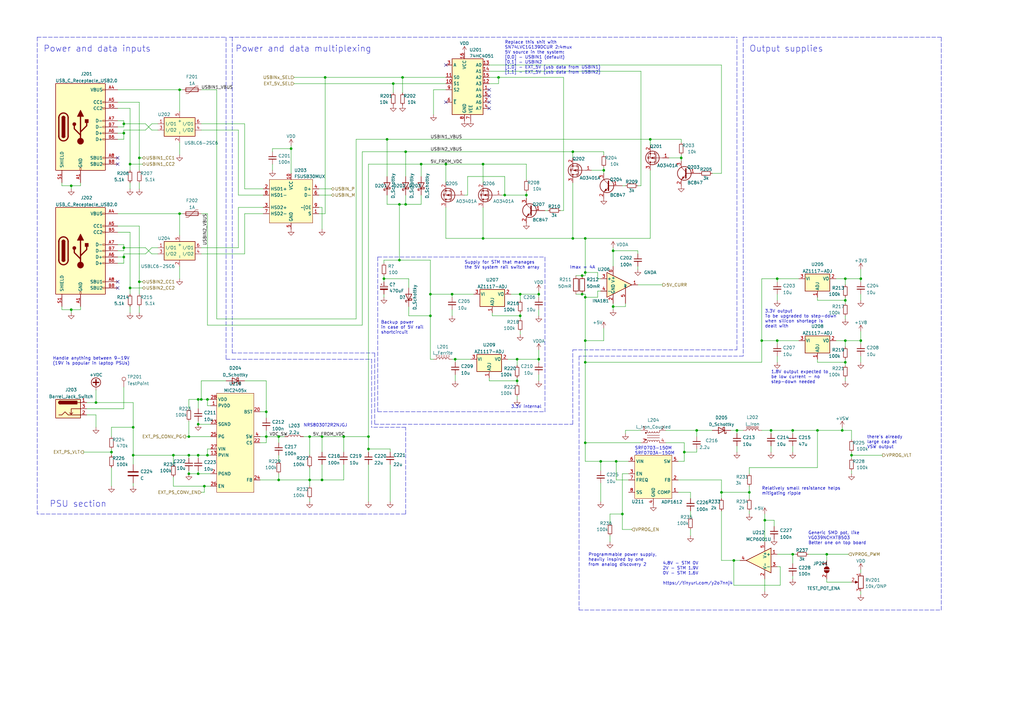
<source format=kicad_sch>
(kicad_sch (version 20211123) (generator eeschema)
  (paper "A3")
  (junction (at 119.38 60.96))
  (junction (at 39.37 165.1))
  (junction (at 73.66 36.83))
  (junction (at 349.25 186.69))
  (junction (at 57.15 115.57))
  (junction (at 318.77 139.7))
  (junction (at 335.28 176.53))
  (junction (at 54.61 175.26))
  (junction (at 81.28 194.31))
  (junction (at 220.98 147.32))
  (junction (at 82.55 163.83))
  (junction (at 83.82 199.39))
  (junction (at 53.34 118.11))
  (junction (at 238.76 113.03))
  (junction (at 114.3 196.85))
  (junction (at 151.13 179.07))
  (junction (at 166.37 83.82))
  (junction (at 161.29 34.29))
  (junction (at 53.34 67.31))
  (junction (at 182.88 67.31))
  (junction (at 234.95 62.23))
  (junction (at 163.83 106.68))
  (junction (at 77.47 194.31))
  (junction (at 353.06 139.7))
  (junction (at 50.8 105.41))
  (junction (at 29.21 76.2))
  (junction (at 185.42 120.65))
  (junction (at 339.09 227.33))
  (junction (at 212.09 156.21))
  (junction (at 300.99 229.87))
  (junction (at 316.23 176.53))
  (junction (at 266.7 57.15))
  (junction (at 133.35 31.75))
  (junction (at 207.01 80.01))
  (junction (at 204.47 31.75))
  (junction (at 346.71 148.59))
  (junction (at 215.9 80.01))
  (junction (at 240.03 97.79))
  (junction (at 213.36 129.54))
  (junction (at 81.28 163.83))
  (junction (at 186.69 147.32))
  (junction (at 325.12 176.53))
  (junction (at 240.03 111.76))
  (junction (at 157.48 114.3))
  (junction (at 247.65 69.85))
  (junction (at 251.46 102.87))
  (junction (at 176.53 129.54))
  (junction (at 240.03 148.59))
  (junction (at 220.98 120.65))
  (junction (at 54.61 186.69))
  (junction (at 307.34 201.93))
  (junction (at 114.3 179.07))
  (junction (at 285.75 176.53))
  (junction (at 302.26 176.53))
  (junction (at 77.47 186.69))
  (junction (at 251.46 125.73))
  (junction (at 295.91 201.93))
  (junction (at 140.97 179.07))
  (junction (at 234.95 97.79))
  (junction (at 50.8 101.6))
  (junction (at 132.08 196.85))
  (junction (at 213.36 120.65))
  (junction (at 313.69 213.36))
  (junction (at 71.12 186.69))
  (junction (at 50.8 54.61))
  (junction (at 109.22 179.07))
  (junction (at 50.8 50.8))
  (junction (at 280.67 185.42))
  (junction (at 85.09 163.83))
  (junction (at 345.44 176.53))
  (junction (at 255.27 210.82))
  (junction (at 240.03 139.7))
  (junction (at 318.77 114.3))
  (junction (at 29.21 127))
  (junction (at 127 196.85))
  (junction (at 240.03 121.92))
  (junction (at 109.22 168.91))
  (junction (at 312.42 139.7))
  (junction (at 73.66 87.63))
  (junction (at 325.12 227.33))
  (junction (at 238.76 120.65))
  (junction (at 57.15 64.77))
  (junction (at 127 179.07))
  (junction (at 346.71 139.7))
  (junction (at 252.73 189.23))
  (junction (at 165.1 31.75))
  (junction (at 158.75 57.15))
  (junction (at 132.08 179.07))
  (junction (at 353.06 114.3))
  (junction (at 163.83 83.82))
  (junction (at 166.37 62.23))
  (junction (at 198.12 97.79))
  (junction (at 346.71 123.19))
  (junction (at 151.13 184.15))
  (junction (at 77.47 179.07))
  (junction (at 85.09 186.69))
  (junction (at 246.38 189.23))
  (junction (at 81.28 186.69))
  (junction (at 346.71 114.3))
  (junction (at 81.28 173.99))
  (junction (at 240.03 181.61))
  (junction (at 198.12 67.31))
  (junction (at 279.4 64.77))
  (junction (at 212.09 147.32))
  (junction (at 45.72 185.42))
  (junction (at 176.53 120.65))
  (junction (at 172.72 67.31))
  (no_connect (at 200.66 36.83))
  (no_connect (at 48.26 67.31))
  (no_connect (at 200.66 39.37))
  (no_connect (at 48.26 115.57))
  (no_connect (at 182.88 26.67))
  (no_connect (at 200.66 44.45))
  (no_connect (at 48.26 64.77))
  (no_connect (at 200.66 41.91))
  (no_connect (at 48.26 118.11))
  (no_connect (at 182.88 41.91))
  (polyline (pts (xy 153.67 173.99) (xy 234.95 173.99)))
  (wire (pts (xy 261.62 102.87) (xy 261.62 104.14)))
  (wire (pts (xy 59.69 101.6) (xy 62.23 104.14)))
  (wire (pts (xy 320.04 232.41) (xy 320.04 240.03)))
  (wire (pts (xy 318.77 139.7) (xy 318.77 140.97)))
  (wire (pts (xy 111.76 69.85) (xy 111.76 67.31)))
  (wire (pts (xy 212.09 147.32) (xy 212.09 149.86)))
  (wire (pts (xy 106.68 196.85) (xy 114.3 196.85)))
  (wire (pts (xy 255.27 76.2) (xy 256.54 76.2)))
  (wire (pts (xy 151.13 67.31) (xy 172.72 67.31)))
  (wire (pts (xy 119.38 60.96) (xy 119.38 71.12)))
  (wire (pts (xy 346.71 148.59) (xy 335.28 148.59)))
  (wire (pts (xy 266.7 57.15) (xy 279.4 57.15)))
  (wire (pts (xy 220.98 120.65) (xy 220.98 121.92)))
  (wire (pts (xy 176.53 106.68) (xy 176.53 120.65)))
  (wire (pts (xy 48.26 44.45) (xy 53.34 44.45)))
  (wire (pts (xy 234.95 97.79) (xy 240.03 97.79)))
  (wire (pts (xy 240.03 181.61) (xy 262.89 181.61)))
  (wire (pts (xy 85.09 166.37) (xy 85.09 163.83)))
  (wire (pts (xy 207.01 80.01) (xy 215.9 80.01)))
  (wire (pts (xy 200.66 29.21) (xy 262.89 29.21)))
  (wire (pts (xy 346.71 121.92) (xy 346.71 123.19)))
  (polyline (pts (xy 234.95 173.99) (xy 234.95 143.51)))
  (wire (pts (xy 345.44 175.26) (xy 345.44 176.53)))
  (wire (pts (xy 353.06 242.57) (xy 353.06 243.84)))
  (wire (pts (xy 191.77 72.39) (xy 207.01 72.39)))
  (wire (pts (xy 247.65 69.85) (xy 247.65 71.12)))
  (wire (pts (xy 29.21 127) (xy 33.02 127)))
  (wire (pts (xy 274.32 64.77) (xy 279.4 64.77)))
  (wire (pts (xy 251.46 102.87) (xy 251.46 109.22)))
  (wire (pts (xy 300.99 240.03) (xy 300.99 229.87)))
  (wire (pts (xy 213.36 120.65) (xy 213.36 123.19)))
  (wire (pts (xy 146.05 57.15) (xy 158.75 57.15)))
  (wire (pts (xy 109.22 168.91) (xy 109.22 171.45)))
  (wire (pts (xy 278.13 201.93) (xy 283.21 201.93)))
  (wire (pts (xy 82.55 163.83) (xy 82.55 156.21)))
  (wire (pts (xy 207.01 72.39) (xy 207.01 80.01)))
  (wire (pts (xy 109.22 156.21) (xy 109.22 168.91)))
  (wire (pts (xy 240.03 120.65) (xy 240.03 121.92)))
  (wire (pts (xy 77.47 186.69) (xy 81.28 186.69)))
  (wire (pts (xy 238.76 113.03) (xy 240.03 113.03)))
  (wire (pts (xy 220.98 147.32) (xy 212.09 147.32)))
  (wire (pts (xy 130.81 80.01) (xy 135.89 80.01)))
  (wire (pts (xy 285.75 184.15) (xy 285.75 185.42)))
  (wire (pts (xy 313.69 213.36) (xy 313.69 222.25)))
  (wire (pts (xy 158.75 83.82) (xy 158.75 80.01)))
  (wire (pts (xy 50.8 50.8) (xy 59.69 50.8)))
  (wire (pts (xy 62.23 101.6) (xy 64.77 101.6)))
  (wire (pts (xy 307.34 201.93) (xy 295.91 201.93)))
  (wire (pts (xy 346.71 129.54) (xy 346.71 130.81)))
  (wire (pts (xy 166.37 80.01) (xy 166.37 83.82)))
  (wire (pts (xy 48.26 49.53) (xy 50.8 49.53)))
  (wire (pts (xy 335.28 191.77) (xy 307.34 191.77)))
  (wire (pts (xy 157.48 106.68) (xy 163.83 106.68)))
  (wire (pts (xy 273.05 176.53) (xy 285.75 176.53)))
  (wire (pts (xy 39.37 160.02) (xy 39.37 165.1)))
  (wire (pts (xy 205.74 80.01) (xy 207.01 80.01)))
  (wire (pts (xy 158.75 57.15) (xy 266.7 57.15)))
  (polyline (pts (xy 237.49 146.05) (xy 237.49 250.19)))
  (wire (pts (xy 82.55 36.83) (xy 88.9 36.83)))
  (wire (pts (xy 86.36 173.99) (xy 81.28 173.99)))
  (wire (pts (xy 57.15 64.77) (xy 57.15 69.85)))
  (wire (pts (xy 327.66 139.7) (xy 318.77 139.7)))
  (wire (pts (xy 140.97 185.42) (xy 140.97 179.07)))
  (wire (pts (xy 35.56 170.18) (xy 39.37 170.18)))
  (wire (pts (xy 245.11 119.38) (xy 246.38 119.38)))
  (polyline (pts (xy 386.08 15.24) (xy 361.95 15.24)))
  (wire (pts (xy 25.4 74.93) (xy 25.4 76.2)))
  (wire (pts (xy 256.54 125.73) (xy 251.46 125.73)))
  (wire (pts (xy 283.21 209.55) (xy 283.21 212.09)))
  (wire (pts (xy 97.79 80.01) (xy 97.79 53.34)))
  (wire (pts (xy 331.47 227.33) (xy 339.09 227.33)))
  (wire (pts (xy 325.12 176.53) (xy 335.28 176.53)))
  (wire (pts (xy 213.36 129.54) (xy 201.93 129.54)))
  (wire (pts (xy 346.71 154.94) (xy 346.71 156.21)))
  (wire (pts (xy 236.22 113.03) (xy 238.76 113.03)))
  (wire (pts (xy 50.8 107.95) (xy 50.8 105.41)))
  (wire (pts (xy 247.65 68.58) (xy 247.65 69.85)))
  (wire (pts (xy 34.29 185.42) (xy 45.72 185.42)))
  (polyline (pts (xy 95.25 144.78) (xy 153.67 144.78)))
  (wire (pts (xy 45.72 191.77) (xy 45.72 199.39)))
  (wire (pts (xy 242.57 69.85) (xy 247.65 69.85)))
  (wire (pts (xy 234.95 62.23) (xy 234.95 64.77)))
  (wire (pts (xy 295.91 71.12) (xy 295.91 26.67)))
  (wire (pts (xy 39.37 170.18) (xy 39.37 175.26)))
  (wire (pts (xy 251.46 101.6) (xy 251.46 102.87)))
  (wire (pts (xy 48.26 41.91) (xy 57.15 41.91)))
  (wire (pts (xy 50.8 57.15) (xy 50.8 54.61)))
  (wire (pts (xy 246.38 189.23) (xy 252.73 189.23)))
  (wire (pts (xy 62.23 104.14) (xy 64.77 104.14)))
  (wire (pts (xy 182.88 36.83) (xy 177.8 36.83)))
  (wire (pts (xy 240.03 148.59) (xy 240.03 181.61)))
  (wire (pts (xy 48.26 36.83) (xy 73.66 36.83)))
  (wire (pts (xy 132.08 179.07) (xy 140.97 179.07)))
  (wire (pts (xy 252.73 196.85) (xy 252.73 189.23)))
  (wire (pts (xy 246.38 114.3) (xy 245.11 114.3)))
  (wire (pts (xy 57.15 125.73) (xy 57.15 128.27)))
  (wire (pts (xy 157.48 114.3) (xy 167.64 114.3)))
  (wire (pts (xy 53.34 67.31) (xy 53.34 69.85)))
  (wire (pts (xy 161.29 34.29) (xy 161.29 38.1)))
  (wire (pts (xy 100.33 87.63) (xy 107.95 87.63)))
  (wire (pts (xy 165.1 31.75) (xy 165.1 38.1)))
  (wire (pts (xy 53.34 74.93) (xy 53.34 77.47)))
  (wire (pts (xy 48.26 107.95) (xy 50.8 107.95)))
  (wire (pts (xy 82.55 53.34) (xy 97.79 53.34)))
  (wire (pts (xy 213.36 120.65) (xy 220.98 120.65)))
  (wire (pts (xy 161.29 34.29) (xy 182.88 34.29)))
  (polyline (pts (xy 92.71 15.24) (xy 92.71 147.32)))
  (wire (pts (xy 316.23 176.53) (xy 312.42 176.53)))
  (wire (pts (xy 172.72 67.31) (xy 172.72 72.39)))
  (wire (pts (xy 160.02 184.15) (xy 160.02 185.42)))
  (wire (pts (xy 346.71 114.3) (xy 353.06 114.3)))
  (wire (pts (xy 50.8 102.87) (xy 50.8 101.6)))
  (polyline (pts (xy 133.35 210.82) (xy 133.35 210.82)))
  (wire (pts (xy 73.66 109.22) (xy 73.66 114.3)))
  (wire (pts (xy 127 196.85) (xy 127 199.39)))
  (wire (pts (xy 48.26 105.41) (xy 50.8 105.41)))
  (wire (pts (xy 325.12 227.33) (xy 325.12 231.14)))
  (wire (pts (xy 33.02 76.2) (xy 33.02 74.93)))
  (wire (pts (xy 157.48 106.68) (xy 157.48 107.95)))
  (wire (pts (xy 114.3 196.85) (xy 127 196.85)))
  (wire (pts (xy 158.75 57.15) (xy 158.75 72.39)))
  (polyline (pts (xy 153.67 144.78) (xy 153.67 173.99)))
  (wire (pts (xy 82.55 104.14) (xy 100.33 104.14)))
  (wire (pts (xy 325.12 236.22) (xy 325.12 237.49)))
  (wire (pts (xy 77.47 163.83) (xy 77.47 167.64)))
  (wire (pts (xy 353.06 146.05) (xy 353.06 148.59)))
  (wire (pts (xy 71.12 190.5) (xy 71.12 186.69)))
  (polyline (pts (xy 154.94 105.41) (xy 223.52 105.41)))
  (wire (pts (xy 130.81 77.47) (xy 135.89 77.47)))
  (wire (pts (xy 245.11 114.3) (xy 245.11 111.76)))
  (wire (pts (xy 185.42 147.32) (xy 186.69 147.32)))
  (wire (pts (xy 111.76 60.96) (xy 119.38 60.96)))
  (wire (pts (xy 48.26 92.71) (xy 57.15 92.71)))
  (wire (pts (xy 88.9 36.83) (xy 88.9 130.81)))
  (wire (pts (xy 240.03 121.92) (xy 245.11 121.92)))
  (wire (pts (xy 140.97 196.85) (xy 140.97 190.5)))
  (polyline (pts (xy 234.95 143.51) (xy 302.26 143.51)))
  (polyline (pts (xy 223.52 168.91) (xy 223.52 105.41)))
  (wire (pts (xy 29.21 127) (xy 29.21 128.27)))
  (wire (pts (xy 25.4 127) (xy 29.21 127)))
  (wire (pts (xy 100.33 156.21) (xy 109.22 156.21)))
  (wire (pts (xy 346.71 148.59) (xy 346.71 149.86)))
  (polyline (pts (xy 148.59 210.82) (xy 15.24 210.82)))
  (polyline (pts (xy 148.59 210.82) (xy 166.37 210.82)))
  (wire (pts (xy 50.8 105.41) (xy 50.8 104.14)))
  (wire (pts (xy 335.28 123.19) (xy 335.28 121.92)))
  (wire (pts (xy 45.72 175.26) (xy 45.72 179.07)))
  (wire (pts (xy 295.91 229.87) (xy 295.91 209.55)))
  (wire (pts (xy 86.36 199.39) (xy 83.82 199.39)))
  (wire (pts (xy 220.98 147.32) (xy 220.98 148.59)))
  (wire (pts (xy 316.23 176.53) (xy 316.23 177.8)))
  (wire (pts (xy 261.62 102.87) (xy 251.46 102.87)))
  (wire (pts (xy 132.08 185.42) (xy 132.08 179.07)))
  (wire (pts (xy 59.69 50.8) (xy 62.23 53.34)))
  (wire (pts (xy 220.98 153.67) (xy 220.98 156.21)))
  (wire (pts (xy 151.13 184.15) (xy 151.13 185.42)))
  (wire (pts (xy 50.8 52.07) (xy 50.8 50.8)))
  (wire (pts (xy 97.79 80.01) (xy 107.95 80.01)))
  (wire (pts (xy 54.61 175.26) (xy 54.61 186.69)))
  (wire (pts (xy 346.71 139.7) (xy 353.06 139.7)))
  (wire (pts (xy 109.22 179.07) (xy 114.3 179.07)))
  (polyline (pts (xy 386.08 250.19) (xy 386.08 15.24)))
  (wire (pts (xy 120.65 34.29) (xy 161.29 34.29)))
  (wire (pts (xy 57.15 115.57) (xy 57.15 120.65)))
  (wire (pts (xy 119.38 59.69) (xy 119.38 60.96)))
  (wire (pts (xy 82.55 50.8) (xy 100.33 50.8)))
  (wire (pts (xy 250.19 219.71) (xy 250.19 222.25)))
  (wire (pts (xy 100.33 77.47) (xy 107.95 77.47)))
  (wire (pts (xy 339.09 238.76) (xy 349.25 238.76)))
  (wire (pts (xy 182.88 67.31) (xy 182.88 74.93)))
  (wire (pts (xy 97.79 101.6) (xy 97.79 85.09)))
  (wire (pts (xy 190.5 80.01) (xy 191.77 80.01)))
  (wire (pts (xy 81.28 186.69) (xy 85.09 186.69)))
  (polyline (pts (xy 237.49 250.19) (xy 386.08 250.19)))
  (polyline (pts (xy 95.25 15.24) (xy 95.25 144.78)))
  (wire (pts (xy 53.34 118.11) (xy 53.34 95.25)))
  (wire (pts (xy 100.33 87.63) (xy 100.33 104.14)))
  (wire (pts (xy 198.12 67.31) (xy 198.12 74.93)))
  (wire (pts (xy 167.64 114.3) (xy 167.64 118.11)))
  (wire (pts (xy 163.83 106.68) (xy 176.53 106.68)))
  (wire (pts (xy 163.83 83.82) (xy 163.83 106.68)))
  (wire (pts (xy 335.28 148.59) (xy 335.28 147.32)))
  (wire (pts (xy 114.3 194.31) (xy 114.3 196.85)))
  (wire (pts (xy 213.36 128.27) (xy 213.36 129.54)))
  (wire (pts (xy 50.8 49.53) (xy 50.8 50.8)))
  (wire (pts (xy 73.66 87.63) (xy 74.93 87.63)))
  (wire (pts (xy 166.37 62.23) (xy 166.37 72.39)))
  (wire (pts (xy 77.47 194.31) (xy 81.28 194.31)))
  (wire (pts (xy 85.09 87.63) (xy 85.09 133.35)))
  (wire (pts (xy 97.79 85.09) (xy 107.95 85.09)))
  (wire (pts (xy 25.4 76.2) (xy 29.21 76.2)))
  (wire (pts (xy 130.81 85.09) (xy 132.08 85.09)))
  (wire (pts (xy 82.55 163.83) (xy 85.09 163.83)))
  (wire (pts (xy 204.47 34.29) (xy 204.47 31.75)))
  (wire (pts (xy 71.12 186.69) (xy 77.47 186.69)))
  (wire (pts (xy 73.66 87.63) (xy 73.66 96.52)))
  (wire (pts (xy 346.71 139.7) (xy 346.71 142.24)))
  (wire (pts (xy 349.25 186.69) (xy 361.95 186.69)))
  (wire (pts (xy 29.21 76.2) (xy 33.02 76.2)))
  (polyline (pts (xy 154.94 105.41) (xy 154.94 168.91)))
  (wire (pts (xy 316.23 182.88) (xy 316.23 185.42)))
  (wire (pts (xy 54.61 175.26) (xy 45.72 175.26)))
  (wire (pts (xy 48.26 95.25) (xy 53.34 95.25)))
  (wire (pts (xy 81.28 194.31) (xy 81.28 193.04)))
  (wire (pts (xy 76.2 179.07) (xy 77.47 179.07)))
  (wire (pts (xy 335.28 176.53) (xy 345.44 176.53)))
  (wire (pts (xy 50.8 104.14) (xy 59.69 104.14)))
  (wire (pts (xy 295.91 201.93) (xy 295.91 204.47)))
  (wire (pts (xy 312.42 139.7) (xy 312.42 114.3)))
  (wire (pts (xy 339.09 227.33) (xy 347.98 227.33)))
  (wire (pts (xy 320.04 240.03) (xy 300.99 240.03)))
  (wire (pts (xy 54.61 186.69) (xy 71.12 186.69)))
  (wire (pts (xy 295.91 71.12) (xy 292.1 71.12)))
  (wire (pts (xy 50.8 167.64) (xy 50.8 158.75)))
  (wire (pts (xy 307.34 199.39) (xy 307.34 201.93)))
  (wire (pts (xy 353.06 114.3) (xy 353.06 110.49)))
  (wire (pts (xy 318.77 232.41) (xy 320.04 232.41)))
  (wire (pts (xy 280.67 189.23) (xy 278.13 189.23)))
  (wire (pts (xy 48.26 52.07) (xy 50.8 52.07)))
  (wire (pts (xy 302.26 182.88) (xy 302.26 185.42)))
  (wire (pts (xy 59.69 104.14) (xy 62.23 101.6)))
  (wire (pts (xy 29.21 76.2) (xy 29.21 77.47)))
  (wire (pts (xy 85.09 186.69) (xy 85.09 184.15)))
  (wire (pts (xy 295.91 196.85) (xy 278.13 196.85)))
  (wire (pts (xy 198.12 85.09) (xy 198.12 97.79)))
  (wire (pts (xy 82.55 101.6) (xy 97.79 101.6)))
  (wire (pts (xy 151.13 184.15) (xy 160.02 184.15)))
  (wire (pts (xy 240.03 111.76) (xy 240.03 113.03)))
  (wire (pts (xy 240.03 139.7) (xy 247.65 139.7)))
  (wire (pts (xy 304.8 176.53) (xy 302.26 176.53)))
  (wire (pts (xy 53.34 67.31) (xy 53.34 44.45)))
  (wire (pts (xy 133.35 31.75) (xy 165.1 31.75)))
  (wire (pts (xy 283.21 201.93) (xy 283.21 204.47)))
  (polyline (pts (xy 166.37 210.82) (xy 166.37 175.26)))
  (wire (pts (xy 185.42 120.65) (xy 194.31 120.65)))
  (wire (pts (xy 114.3 179.07) (xy 114.3 181.61)))
  (wire (pts (xy 182.88 97.79) (xy 198.12 97.79)))
  (wire (pts (xy 176.53 120.65) (xy 185.42 120.65)))
  (wire (pts (xy 261.62 76.2) (xy 262.89 76.2)))
  (wire (pts (xy 240.03 121.92) (xy 240.03 139.7)))
  (wire (pts (xy 53.34 125.73) (xy 53.34 128.27)))
  (wire (pts (xy 132.08 85.09) (xy 132.08 93.98)))
  (polyline (pts (xy 92.71 147.32) (xy 152.4 147.32)))
  (wire (pts (xy 318.77 123.19) (xy 318.77 120.65)))
  (wire (pts (xy 247.65 63.5) (xy 247.65 62.23)))
  (wire (pts (xy 48.26 54.61) (xy 50.8 54.61)))
  (wire (pts (xy 346.71 123.19) (xy 346.71 124.46)))
  (wire (pts (xy 114.3 179.07) (xy 116.84 179.07)))
  (wire (pts (xy 353.06 135.89) (xy 353.06 139.7)))
  (wire (pts (xy 186.69 147.32) (xy 193.04 147.32)))
  (wire (pts (xy 245.11 111.76) (xy 240.03 111.76)))
  (wire (pts (xy 81.28 173.99) (xy 81.28 172.72)))
  (wire (pts (xy 111.76 62.23) (xy 111.76 60.96)))
  (wire (pts (xy 285.75 176.53) (xy 292.1 176.53)))
  (wire (pts (xy 82.55 87.63) (xy 85.09 87.63)))
  (wire (pts (xy 302.26 176.53) (xy 299.72 176.53)))
  (wire (pts (xy 215.9 80.01) (xy 215.9 81.28)))
  (wire (pts (xy 231.14 86.36) (xy 231.14 31.75)))
  (wire (pts (xy 303.53 229.87) (xy 300.99 229.87)))
  (wire (pts (xy 307.34 201.93) (xy 307.34 204.47)))
  (polyline (pts (xy 93.98 15.24) (xy 302.26 15.24)))
  (wire (pts (xy 261.62 109.22) (xy 261.62 110.49)))
  (wire (pts (xy 266.7 57.15) (xy 266.7 59.69)))
  (wire (pts (xy 212.09 156.21) (xy 200.66 156.21)))
  (wire (pts (xy 318.77 114.3) (xy 327.66 114.3)))
  (wire (pts (xy 261.62 116.84) (xy 271.78 116.84)))
  (wire (pts (xy 100.33 50.8) (xy 100.33 77.47)))
  (wire (pts (xy 251.46 124.46) (xy 251.46 125.73)))
  (wire (pts (xy 83.82 201.93) (xy 83.82 199.39)))
  (wire (pts (xy 339.09 229.87) (xy 339.09 227.33)))
  (wire (pts (xy 81.28 167.64) (xy 81.28 163.83)))
  (wire (pts (xy 256.54 176.53) (xy 256.54 177.8)))
  (wire (pts (xy 208.28 147.32) (xy 212.09 147.32)))
  (wire (pts (xy 151.13 179.07) (xy 151.13 184.15)))
  (wire (pts (xy 120.65 31.75) (xy 133.35 31.75)))
  (wire (pts (xy 201.93 129.54) (xy 201.93 128.27)))
  (wire (pts (xy 240.03 97.79) (xy 240.03 111.76)))
  (wire (pts (xy 50.8 54.61) (xy 50.8 53.34)))
  (wire (pts (xy 279.4 64.77) (xy 279.4 66.04)))
  (wire (pts (xy 353.06 114.3) (xy 353.06 115.57)))
  (wire (pts (xy 33.02 127) (xy 33.02 125.73)))
  (wire (pts (xy 50.8 101.6) (xy 59.69 101.6)))
  (wire (pts (xy 62.23 50.8) (xy 59.69 53.34)))
  (wire (pts (xy 339.09 238.76) (xy 339.09 237.49)))
  (wire (pts (xy 165.1 31.75) (xy 182.88 31.75)))
  (wire (pts (xy 346.71 147.32) (xy 346.71 148.59)))
  (wire (pts (xy 212.09 162.56) (xy 212.09 163.83)))
  (polyline (pts (xy 302.26 143.51) (xy 302.26 15.24)))
  (wire (pts (xy 124.46 179.07) (xy 127 179.07)))
  (wire (pts (xy 48.26 100.33) (xy 50.8 100.33)))
  (wire (pts (xy 109.22 168.91) (xy 106.68 168.91)))
  (wire (pts (xy 353.06 233.68) (xy 353.06 234.95)))
  (wire (pts (xy 312.42 148.59) (xy 240.03 148.59)))
  (wire (pts (xy 62.23 53.34) (xy 64.77 53.34)))
  (wire (pts (xy 220.98 147.32) (xy 220.98 143.51)))
  (wire (pts (xy 132.08 196.85) (xy 140.97 196.85)))
  (wire (pts (xy 300.99 229.87) (xy 295.91 229.87)))
  (wire (pts (xy 325.12 182.88) (xy 325.12 185.42)))
  (wire (pts (xy 349.25 185.42) (xy 349.25 186.69)))
  (wire (pts (xy 140.97 179.07) (xy 151.13 179.07)))
  (wire (pts (xy 346.71 114.3) (xy 346.71 116.84)))
  (wire (pts (xy 318.77 227.33) (xy 325.12 227.33)))
  (wire (pts (xy 251.46 125.73) (xy 251.46 127)))
  (wire (pts (xy 238.76 120.65) (xy 240.03 120.65)))
  (wire (pts (xy 186.69 148.59) (xy 186.69 147.32)))
  (wire (pts (xy 212.09 154.94) (xy 212.09 156.21)))
  (wire (pts (xy 325.12 227.33) (xy 326.39 227.33)))
  (wire (pts (xy 57.15 115.57) (xy 58.42 115.57)))
  (wire (pts (xy 85.09 163.83) (xy 86.36 163.83)))
  (wire (pts (xy 176.53 129.54) (xy 176.53 147.32)))
  (wire (pts (xy 177.8 36.83) (xy 177.8 46.99)))
  (wire (pts (xy 335.28 176.53) (xy 335.28 191.77)))
  (wire (pts (xy 262.89 76.2) (xy 262.89 29.21)))
  (wire (pts (xy 83.82 199.39) (xy 71.12 199.39)))
  (wire (pts (xy 151.13 190.5) (xy 151.13 205.74)))
  (wire (pts (xy 312.42 148.59) (xy 312.42 139.7)))
  (wire (pts (xy 353.06 120.65) (xy 353.06 123.19)))
  (polyline (pts (xy 15.24 15.24) (xy 15.24 210.82)))
  (wire (pts (xy 255.27 210.82) (xy 255.27 217.17)))
  (polyline (pts (xy 304.8 15.24) (xy 304.8 146.05)))
  (wire (pts (xy 81.28 163.83) (xy 82.55 163.83)))
  (wire (pts (xy 252.73 189.23) (xy 257.81 189.23)))
  (wire (pts (xy 25.4 125.73) (xy 25.4 127)))
  (wire (pts (xy 172.72 80.01) (xy 172.72 83.82)))
  (wire (pts (xy 54.61 186.69) (xy 54.61 190.5)))
  (wire (pts (xy 35.56 165.1) (xy 39.37 165.1)))
  (wire (pts (xy 209.55 120.65) (xy 213.36 120.65)))
  (wire (pts (xy 163.83 83.82) (xy 166.37 83.82)))
  (wire (pts (xy 236.22 120.65) (xy 238.76 120.65)))
  (wire (pts (xy 57.15 64.77) (xy 58.42 64.77)))
  (wire (pts (xy 77.47 179.07) (xy 86.36 179.07)))
  (wire (pts (xy 280.67 181.61) (xy 280.67 185.42)))
  (wire (pts (xy 234.95 74.93) (xy 234.95 97.79)))
  (wire (pts (xy 246.38 189.23) (xy 246.38 193.04)))
  (wire (pts (xy 200.66 156.21) (xy 200.66 154.94)))
  (wire (pts (xy 257.81 196.85) (xy 252.73 196.85)))
  (wire (pts (xy 313.69 242.57) (xy 313.69 237.49)))
  (wire (pts (xy 255.27 194.31) (xy 255.27 210.82)))
  (wire (pts (xy 262.89 176.53) (xy 256.54 176.53)))
  (wire (pts (xy 114.3 186.69) (xy 114.3 189.23)))
  (wire (pts (xy 279.4 63.5) (xy 279.4 64.77)))
  (wire (pts (xy 85.09 186.69) (xy 86.36 186.69)))
  (wire (pts (xy 106.68 179.07) (xy 109.22 179.07)))
  (wire (pts (xy 302.26 176.53) (xy 302.26 177.8)))
  (wire (pts (xy 283.21 217.17) (xy 283.21 219.71)))
  (wire (pts (xy 215.9 78.74) (xy 215.9 80.01)))
  (wire (pts (xy 200.66 34.29) (xy 204.47 34.29)))
  (wire (pts (xy 198.12 67.31) (xy 215.9 67.31)))
  (wire (pts (xy 127 196.85) (xy 132.08 196.85)))
  (wire (pts (xy 307.34 191.77) (xy 307.34 194.31)))
  (wire (pts (xy 45.72 184.15) (xy 45.72 185.42)))
  (wire (pts (xy 349.25 186.69) (xy 349.25 187.96)))
  (wire (pts (xy 157.48 114.3) (xy 157.48 115.57)))
  (wire (pts (xy 45.72 185.42) (xy 45.72 186.69)))
  (wire (pts (xy 325.12 176.53) (xy 316.23 176.53)))
  (wire (pts (xy 71.12 199.39) (xy 71.12 195.58)))
  (wire (pts (xy 285.75 185.42) (xy 280.67 185.42)))
  (wire (pts (xy 48.26 57.15) (xy 50.8 57.15)))
  (wire (pts (xy 317.5 213.36) (xy 317.5 215.9)))
  (wire (pts (xy 77.47 193.04) (xy 77.47 194.31)))
  (wire (pts (xy 234.95 62.23) (xy 247.65 62.23)))
  (wire (pts (xy 176.53 120.65) (xy 176.53 129.54)))
  (wire (pts (xy 148.59 62.23) (xy 148.59 133.35)))
  (wire (pts (xy 73.66 58.42) (xy 73.66 63.5)))
  (wire (pts (xy 73.66 36.83) (xy 73.66 45.72)))
  (wire (pts (xy 185.42 121.92) (xy 185.42 120.65)))
  (wire (pts (xy 166.37 62.23) (xy 234.95 62.23)))
  (wire (pts (xy 82.55 201.93) (xy 83.82 201.93)))
  (polyline (pts (xy 166.37 175.26) (xy 152.4 175.26)))
  (wire (pts (xy 256.54 124.46) (xy 256.54 125.73)))
  (wire (pts (xy 307.34 209.55) (xy 307.34 210.82)))
  (wire (pts (xy 176.53 147.32) (xy 177.8 147.32)))
  (wire (pts (xy 229.87 86.36) (xy 231.14 86.36)))
  (wire (pts (xy 212.09 156.21) (xy 212.09 157.48)))
  (wire (pts (xy 198.12 97.79) (xy 234.95 97.79)))
  (wire (pts (xy 250.19 210.82) (xy 255.27 210.82)))
  (polyline (pts (xy 15.24 15.24) (xy 92.71 15.24)))
  (wire (pts (xy 77.47 172.72) (xy 77.47 179.07)))
  (wire (pts (xy 151.13 179.07) (xy 151.13 67.31)))
  (wire (pts (xy 247.65 134.62) (xy 247.65 139.7)))
  (wire (pts (xy 82.55 156.21) (xy 92.71 156.21)))
  (wire (pts (xy 185.42 129.54) (xy 185.42 127)))
  (wire (pts (xy 77.47 186.69) (xy 77.47 187.96)))
  (wire (pts (xy 223.52 86.36) (xy 224.79 86.36)))
  (wire (pts (xy 53.34 118.11) (xy 58.42 118.11)))
  (wire (pts (xy 85.09 133.35) (xy 148.59 133.35)))
  (wire (pts (xy 266.7 69.85) (xy 266.7 97.79)))
  (wire (pts (xy 313.69 210.82) (xy 313.69 213.36)))
  (wire (pts (xy 313.69 213.36) (xy 317.5 213.36)))
  (wire (pts (xy 81.28 163.83) (xy 77.47 163.83)))
  (wire (pts (xy 57.15 41.91) (xy 57.15 64.77)))
  (wire (pts (xy 280.67 185.42) (xy 280.67 189.23)))
  (wire (pts (xy 312.42 139.7) (xy 318.77 139.7)))
  (wire (pts (xy 88.9 130.81) (xy 146.05 130.81)))
  (wire (pts (xy 53.34 67.31) (xy 58.42 67.31)))
  (wire (pts (xy 349.25 176.53) (xy 349.25 180.34)))
  (wire (pts (xy 273.05 181.61) (xy 280.67 181.61)))
  (wire (pts (xy 349.25 193.04) (xy 349.25 194.31)))
  (wire (pts (xy 325.12 176.53) (xy 325.12 177.8)))
  (wire (pts (xy 57.15 92.71) (xy 57.15 115.57)))
  (wire (pts (xy 245.11 121.92) (xy 245.11 119.38)))
  (wire (pts (xy 240.03 181.61) (xy 240.03 189.23)))
  (wire (pts (xy 127 191.77) (xy 127 196.85)))
  (wire (pts (xy 250.19 214.63) (xy 250.19 210.82)))
  (wire (pts (xy 186.69 156.21) (xy 186.69 153.67)))
  (wire (pts (xy 54.61 198.12) (xy 54.61 199.39)))
  (wire (pts (xy 312.42 114.3) (xy 318.77 114.3)))
  (wire (pts (xy 127 179.07) (xy 127 186.69)))
  (wire (pts (xy 342.9 139.7) (xy 346.71 139.7)))
  (wire (pts (xy 213.36 129.54) (xy 213.36 130.81)))
  (wire (pts (xy 246.38 198.12) (xy 246.38 205.74)))
  (wire (pts (xy 109.22 176.53) (xy 109.22 179.07)))
  (wire (pts (xy 86.36 194.31) (xy 81.28 194.31)))
  (wire (pts (xy 146.05 130.81) (xy 146.05 57.15)))
  (wire (pts (xy 167.64 129.54) (xy 176.53 129.54)))
  (wire (pts (xy 81.28 187.96) (xy 81.28 186.69)))
  (wire (pts (xy 167.64 125.73) (xy 167.64 129.54)))
  (wire (pts (xy 285.75 176.53) (xy 285.75 179.07)))
  (wire (pts (xy 158.75 83.82) (xy 163.83 83.82)))
  (wire (pts (xy 346.71 123.19) (xy 335.28 123.19)))
  (wire (pts (xy 127 179.07) (xy 132.08 179.07)))
  (wire (pts (xy 62.23 50.8) (xy 64.77 50.8)))
  (polyline (pts (xy 304.8 15.24) (xy 361.95 15.24)))
  (wire (pts (xy 220.98 127) (xy 220.98 129.54)))
  (polyline (pts (xy 304.8 146.05) (xy 237.49 146.05)))
  (wire (pts (xy 73.66 36.83) (xy 74.93 36.83)))
  (wire (pts (xy 200.66 31.75) (xy 204.47 31.75)))
  (wire (pts (xy 48.26 87.63) (xy 73.66 87.63)))
  (wire (pts (xy 50.8 53.34) (xy 59.69 53.34)))
  (wire (pts (xy 215.9 67.31) (xy 215.9 73.66)))
  (wire (pts (xy 279.4 57.15) (xy 279.4 58.42)))
  (wire (pts (xy 318.77 115.57) (xy 318.77 114.3)))
  (wire (pts (xy 345.44 176.53) (xy 349.25 176.53)))
  (wire (pts (xy 157.48 121.92) (xy 157.48 120.65)))
  (wire (pts (xy 213.36 135.89) (xy 213.36 137.16)))
  (wire (pts (xy 220.98 120.65) (xy 220.98 119.38)))
  (wire (pts (xy 240.03 139.7) (xy 240.03 148.59)))
  (wire (pts (xy 257.81 194.31) (xy 255.27 194.31)))
  (wire (pts (xy 160.02 190.5) (xy 160.02 205.74)))
  (wire (pts (xy 48.26 102.87) (xy 50.8 102.87)))
  (wire (pts (xy 295.91 196.85) (xy 295.91 201.93)))
  (wire (pts (xy 342.9 114.3) (xy 346.71 114.3)))
  (wire (pts (xy 57.15 74.93) (xy 57.15 77.47)))
  (wire (pts (xy 86.36 166.37) (xy 85.09 166.37)))
  (wire (pts (xy 255.27 217.17) (xy 259.08 217.17)))
  (wire (pts (xy 127 204.47) (xy 127 205.74)))
  (wire (pts (xy 182.88 85.09) (xy 182.88 97.79)))
  (wire (pts (xy 353.06 139.7) (xy 353.06 140.97)))
  (wire (pts (xy 106.68 181.61) (xy 109.22 181.61)))
  (wire (pts (xy 182.88 67.31) (xy 198.12 67.31)))
  (wire (pts (xy 240.03 97.79) (xy 266.7 97.79)))
  (wire (pts (xy 172.72 83.82) (xy 166.37 83.82)))
  (wire (pts (xy 54.61 165.1) (xy 54.61 175.26)))
  (wire (pts (xy 53.34 118.11) (xy 53.34 120.65)))
  (wire (pts (xy 133.35 31.75) (xy 133.35 87.63)))
  (wire (pts (xy 200.66 26.67) (xy 295.91 26.67)))
  (wire (pts (xy 172.72 67.31) (xy 182.88 67.31)))
  (polyline (pts (xy 152.4 147.32) (xy 152.4 175.26)))
  (polyline (pts (xy 154.94 168.91) (xy 223.52 168.91)))
  (wire (pts (xy 39.37 165.1) (xy 54.61 165.1)))
  (wire (pts (xy 132.08 196.85) (xy 132.08 190.5)))
  (wire (pts (xy 318.77 146.05) (xy 318.77 148.59)))
  (wire (pts (xy 240.03 189.23) (xy 246.38 189.23)))
  (wire (pts (xy 85.09 184.15) (xy 86.36 184.15)))
  (wire (pts (xy 191.77 80.01) (xy 191.77 72.39)))
  (wire (pts (xy 130.81 87.63) (xy 133.35 87.63)))
  (wire (pts (xy 50.8 100.33) (xy 50.8 101.6)))
  (wire (pts (xy 148.59 62.23) (xy 166.37 62.23)))
  (wire (pts (xy 157.48 113.03) (xy 157.48 114.3)))
  (wire (pts (xy 35.56 167.64) (xy 50.8 167.64)))
  (wire (pts (xy 204.47 31.75) (xy 231.14 31.75)))
  (wire (pts (xy 109.22 179.07) (xy 109.22 181.61)))
  (text "Replace this shit with\nSN74LVC1G139DCUR 2:4mux\n5V source in the system:\n[0,0] - USBIN1 (default)\n[0,1] - USBIN2\n[1,0] - EXT_5V (usb data from USBIN1)\n[1,1] - EXT_5V (usb data from USBIN2)" (at 207.01 30.48 0) (effects (font (size 1.27 1.27)) (justify left bottom)))
  (text "Output supplies" (at 307.34 21.59 0) (effects (font (size 2.54 2.54)) (justify left bottom)))
  (text "there's already\nlarge cap at \nVSW output" (at 355.6 184.15 0) (effects (font (size 1.27 1.27)) (justify left bottom)))
  (text "Supply for STM that manages \nthe 5V system rail switch array" (at 190.5 110.49 0) (effects (font (size 1.27 1.27)) (justify left bottom)))
  (text "Relatively small resistance helps\nmitigating ripple" (at 312.42 203.2 0) (effects (font (size 1.27 1.27)) (justify left bottom)))
  (text "Backup power \nin case of 5V rail\nshortcircuit" (at 156.21 137.16 0) (effects (font (size 1.27 1.27)) (justify left bottom)))
  (text "Power and data multiplexing" (at 96.52 21.59 0) (effects (font (size 2.54 2.54)) (justify left bottom)))
  (text "1.8V output expected to\nbe low current - no \nstep-down needed" (at 316.23 157.48 0) (effects (font (size 1.27 1.27)) (justify left bottom)))
  (text "Generic SMD pot, like\nVG039NCHXTB503\nBetter one on top board" (at 331.47 223.52 0) (effects (font (size 1.27 1.27)) (justify left bottom)))
  (text "3.3V output\nTo be upgraded to step-down \nwhen silicon shortage is \ndealt with" (at 313.69 134.62 0) (effects (font (size 1.27 1.27)) (justify left bottom)))
  (text "Power and data inputs" (at 17.78 21.59 0) (effects (font (size 2.54 2.54)) (justify left bottom)))
  (text "PSU section" (at 20.32 208.28 0) (effects (font (size 2.54 2.54)) (justify left bottom)))
  (text "Programmable power supply,\nheavily inspired by one \nfrom analog discovery 2" (at 241.3 232.41 0) (effects (font (size 1.27 1.27)) (justify left bottom)))
  (text "4.8V - STM 0V\n2V - STM 1.9V\n0V - STM 1.6V\n\nhttps://tinyurl.com/y2o7nnj4" (at 271.78 240.03 0) (effects (font (size 1.27 1.27)) (justify left bottom)))
  (text "NRS8030T2R2NJGJ" (at 124.46 175.26 0) (effects (font (size 1.27 1.27)) (justify left bottom)))
  (text "SRF0703-150M \nSRF0703A-150M " (at 260.35 186.69 0) (effects (font (size 1.27 1.27)) (justify left bottom)))
  (text "Handle anything between 9-19V\n(19V is popular in laptop PSUs)" (at 21.59 149.86 0) (effects (font (size 1.27 1.27)) (justify left bottom)))
  (text "Imax = 4A" (at 233.68 110.49 0) (effects (font (size 1.27 1.27)) (justify left bottom)))
  (text "3.3V internal" (at 209.55 167.64 0) (effects (font (size 1.27 1.27)) (justify left bottom)))
  (label "5V_FROM_VDC" (at 176.53 67.31 0))
  (label "VDC_SW" (at 110.49 179.07 0))
  (label "USBIN2_VBUS" (at 85.09 87.63 270))
  (label "5V_FROM_VDC" (at 128.27 179.07 0))
  (label "USBIN2_VBUS" (at 176.53 62.23 0))
  (label "USBIN1_VBUS" (at 82.55 36.83 0))
  (label "USBIN1_VBUS" (at 176.53 57.15 0))
  (hierarchical_label "USBIN1_CC2" (shape bidirectional) (at 58.42 67.31 0))
  (hierarchical_label "VPROG_VLT" (shape output) (at 361.95 186.69 0))
  (hierarchical_label "VPROG_EN" (shape input) (at 259.08 217.17 0))
  (hierarchical_label "EXT_PS_CONV_PG" (shape output) (at 76.2 179.07 180))
  (hierarchical_label "USBIN_P" (shape bidirectional) (at 135.89 77.47 0))
  (hierarchical_label "EXT_PS_VLT" (shape output) (at 34.29 185.42 180))
  (hierarchical_label "VPROG_PWM" (shape input) (at 347.98 227.33 0))
  (hierarchical_label "USBIN2_CC2" (shape bidirectional) (at 58.42 118.11 0))
  (hierarchical_label "USBINx_SEL" (shape input) (at 120.65 31.75 180))
  (hierarchical_label "EXT_PS_CONV_EN" (shape input) (at 82.55 201.93 180))
  (hierarchical_label "USBIN2_CC1" (shape bidirectional) (at 58.42 115.57 0))
  (hierarchical_label "USBIN1_CC1" (shape bidirectional) (at 58.42 64.77 0))
  (hierarchical_label "5V_CURR" (shape output) (at 271.78 116.84 0))
  (hierarchical_label "EXT_5V_SEL" (shape input) (at 120.65 34.29 180))
  (hierarchical_label "USBIN_M" (shape bidirectional) (at 135.89 80.01 0))
  (symbol (lib_id "Device:C_Small") (at 353.06 118.11 0) (unit 1)
    (property "Reference" "C204" (at 355.3841 117.2015 0) (effects (justify left)))
    (property "Value" "10u" (at 355.3841 119.9766 0) (effects (justify left)))
    (property "Footprint" "Capacitor_SMD:C_0603_1608Metric" (effects hide))
  )
  (symbol (lib_id "power:GND") (at 57.15 128.27 0) (unit 1)
    (property "Reference" "#PWR0228" (effects hide))
    (property "Value" "GND" (effects hide))
  )
  (symbol (lib_id "Device:R_Small") (at 157.48 110.49 180) (unit 1)
    (property "Reference" "R?" (at 160.3969 109.22 0))
    (property "Value" "100" (at 161.29 111.76 0))
    (property "Footprint" "Resistor_SMD:R_0603_1608Metric_Pad0.98x0.95mm_HandSolder" (effects hide))
  )
  (symbol (lib_id "power:GND") (at 77.47 194.31 0) (unit 1)
    (property "Reference" "#PWR0250" (effects hide))
    (property "Value" "GND" (effects hide))
  )
  (symbol (lib_id "Device:R_Small") (at 250.19 217.17 0) (mirror x) (unit 1)
    (property "Reference" "R236" (at 248.5431 214.63 0))
    (property "Value" "100k" (at 247.038 217.17 0))
    (property "Footprint" "Resistor_SMD:R_0603_1608Metric_Pad0.98x0.95mm_HandSolder" (effects hide))
  )
  (symbol (lib_id "Device:C_Small") (at 285.75 181.61 0) (unit 1)
    (property "Reference" "C216" (at 289.3441 180.7015 0) (effects (justify left)))
    (property "Value" "2.2u" (at 286.8041 183.4766 0) (effects (justify left)))
    (property "Footprint" "Capacitor_SMD:C_0603_1608Metric" (effects hide))
  )
  (symbol (lib_id "power:GND") (at 353.06 148.59 0) (unit 1)
    (property "Reference" "#PWR0237" (effects hide))
    (property "Value" "GND" (effects hide))
  )
  (symbol (lib_id "power:VDDA") (at 251.46 101.6 0) (unit 1)
    (property "Reference" "#PWR0218" (effects hide))
    (property "Value" "VDDA" (at 255.27 100.33 0))
  )
  (symbol (lib_id "power:GND") (at 73.66 114.3 0) (unit 1)
    (property "Reference" "#PWR0221" (effects hide))
    (property "Value" "GND" (effects hide))
  )
  (symbol (lib_id "Device:L_Iron_Coupled") (at 267.97 179.07 0) (unit 1)
    (property "Reference" "L204" (at 267.97 172.3094 0))
    (property "Value" "L_Iron_Coupled" (at 267.97 175.0845 0))
    (property "Footprint" "Inductor_SMD:L_Wuerth_WE-DD-Typ-M-Typ-S" (effects hide))
  )
  (symbol (lib_id "Connector:Barrel_Jack_Switch") (at 27.94 167.64 0) (unit 1)
    (property "Reference" "J203" (at 29.1465 159.8635 0))
    (property "Value" "Barrel_Jack_Switch" (at 29.1465 162.6386 0))
    (property "Footprint" "Connector_BarrelJack:BarrelJack_CUI_PJ-102AH_Horizontal" (effects hide))
  )
  (symbol (lib_id "Device:R_Small") (at 71.12 193.04 0) (mirror x) (unit 1)
    (property "Reference" "R230" (at 69.4731 190.5 0))
    (property "Value" "100k" (at 67.968 193.04 0))
    (property "Footprint" "Resistor_SMD:R_0603_1608Metric_Pad0.98x0.95mm_HandSolder" (effects hide))
  )
  (symbol (lib_id "Device:R_Small") (at 349.25 190.5 180) (unit 1)
    (property "Reference" "R228" (at 352.1669 189.23 0))
    (property "Value" "100k" (at 353.672 191.77 0))
    (property "Footprint" "Resistor_SMD:R_0603_1608Metric_Pad0.98x0.95mm_HandSolder" (effects hide))
  )
  (symbol (lib_id "power:+5V") (at 313.69 210.82 0) (unit 1)
    (property "Reference" "#PWR0260" (effects hide))
    (property "Value" "+5V" (at 311.15 208.4855 0))
  )
  (symbol (lib_id "Regulator_Linear:AZ1117-ADJ") (at 201.93 120.65 0) (unit 1)
    (property "Reference" "U207" (at 201.93 114.7784 0))
    (property "Value" "AZ1117-ADJ" (at 201.93 117.5535 0))
    (property "Footprint" "Package_TO_SOT_SMD:SOT-223-3_TabPin2" (effects hide))
    (property "Datasheet" "https://www.diodes.com/assets/Datasheets/AZ1117.pdf" (effects hide))
  )
  (symbol (lib_id "Device:R_Small") (at 57.15 123.19 180) (unit 1)
    (property "Reference" "R215" (at 60.0669 121.92 0))
    (property "Value" "5.1k" (at 61.572 124.46 0))
    (property "Footprint" "Resistor_SMD:R_0603_1608Metric_Pad0.98x0.95mm_HandSolder" (effects hide))
  )
  (symbol (lib_id "Device:C_Small") (at 325.12 180.34 0) (unit 1)
    (property "Reference" "C215" (at 327.4441 179.4315 0) (effects (justify left)))
    (property "Value" "47u" (at 327.4441 182.2066 0) (effects (justify left)))
    (property "Footprint" "Capacitor_SMD:C_0603_1608Metric" (effects hide))
  )
  (symbol (lib_id "Amplifier_Current:INA181") (at 254 116.84 0) (unit 1)
    (property "Reference" "U206" (at 247.65 110.4604 0))
    (property "Value" "INA181" (at 246.38 123.3955 0))
    (property "Footprint" "Package_TO_SOT_SMD:SOT-23-6" (effects hide))
    (property "Datasheet" "http://www.ti.com/lit/ds/symlink/ina181.pdf" (effects hide))
  )
  (symbol (lib_id "Device:R_Potentiometer") (at 353.06 238.76 0) (mirror y) (unit 1)
    (property "Reference" "RV201" (at 354.838 237.9253 0) (effects (justify right)))
    (property "Value" "10k/DNP" (at 354.838 240.4622 0) (effects (justify right)))
    (property "Footprint" "Potentiometer_SMD:Potentiometer_Bourns_TC33X_Vertical" (effects hide))
  )
  (symbol (lib_id "Device:R_Small") (at 247.65 66.04 180) (unit 1)
    (property "Reference" "R204" (at 250.5669 64.77 0))
    (property "Value" "10k" (at 252.072 67.31 0))
    (property "Footprint" "Resistor_SMD:R_0603_1608Metric_Pad0.98x0.95mm_HandSolder" (effects hide))
  )
  (symbol (lib_id "power:GND") (at 346.71 156.21 0) (unit 1)
    (property "Reference" "#PWR0240" (effects hide))
    (property "Value" "GND" (effects hide))
  )
  (symbol (lib_id "power:+1V8") (at 353.06 135.89 0) (unit 1)
    (property "Reference" "#PWR0233" (effects hide))
    (property "Value" "+1V8" (at 353.06 132.2855 0))
  )
  (symbol (lib_id "Device:C_Small") (at 109.22 173.99 0) (unit 1)
    (property "Reference" "C212" (at 111.5441 173.0815 0) (effects (justify left)))
    (property "Value" "100n" (at 111.5441 175.8566 0) (effects (justify left)))
    (property "Footprint" "Capacitor_SMD:C_0402_1005Metric" (effects hide))
  )
  (symbol (lib_id "Device:C_Small") (at 317.5 218.44 0) (unit 1)
    (property "Reference" "C227" (at 319.8241 217.5315 0) (effects (justify left)))
    (property "Value" "100n" (at 319.8241 220.3066 0) (effects (justify left)))
    (property "Footprint" "Capacitor_SMD:C_0402_1005Metric" (effects hide))
  )
  (symbol (lib_id "power:GND") (at 246.38 205.74 0) (mirror y) (unit 1)
    (property "Reference" "#PWR0257" (effects hide))
    (property "Value" "GND" (effects hide))
  )
  (symbol (lib_id "power:GND") (at 353.06 123.19 0) (unit 1)
    (property "Reference" "#PWR0224" (effects hide))
    (property "Value" "GND" (effects hide))
  )
  (symbol (lib_id "Critbit_lib:USBLC6-2SC6") (at 73.66 102.87 0) (unit 1)
    (property "Reference" "U204" (at 67.31 97.7604 0))
    (property "Value" "USBLC6-2SC6" (at 64.77 109.22 0))
    (property "Footprint" "Package_TO_SOT_SMD:SOT-23-6" (effects hide))
    (property "Datasheet" "https://www.st.com/resource/en/datasheet/usblc6-2.pdf" (effects hide))
  )
  (symbol (lib_id "Device:R_Small") (at 165.1 40.64 180) (unit 1)
    (property "Reference" "R202" (at 168.0169 39.37 0))
    (property "Value" "10k" (at 168.91 41.91 0))
    (property "Footprint" "Resistor_SMD:R_0603_1608Metric_Pad0.98x0.95mm_HandSolder" (effects hide))
  )
  (symbol (lib_id "power:GND") (at 54.61 199.39 0) (unit 1)
    (property "Reference" "#PWR0253" (effects hide))
    (property "Value" "GND" (effects hide))
  )
  (symbol (lib_id "Device:L") (at 120.65 179.07 90) (unit 1)
    (property "Reference" "L203" (at 120.65 174.5954 90))
    (property "Value" "2.2u" (at 120.65 177.3705 90))
    (property "Footprint" "Inductor_SMD:L_Taiyo-Yuden_NR-80xx_HandSoldering" (effects hide))
  )
  (symbol (lib_id "power:GND") (at 283.21 219.71 0) (mirror y) (unit 1)
    (property "Reference" "#PWR0261" (effects hide))
    (property "Value" "GND" (effects hide))
  )
  (symbol (lib_id "power:GND") (at 220.98 129.54 0) (mirror y) (unit 1)
    (property "Reference" "#PWR0230" (effects hide))
    (property "Value" "GND" (effects hide))
  )
  (symbol (lib_id "power:GNDA") (at 261.62 110.49 0) (unit 1)
    (property "Reference" "#PWR0219" (effects hide))
    (property "Value" "GNDA" (at 266.7 111.76 0))
  )
  (symbol (lib_id "power:GND") (at 29.21 128.27 0) (unit 1)
    (property "Reference" "#PWR0226" (effects hide))
    (property "Value" "GND" (effects hide))
  )
  (symbol (lib_id "Device:R_Small") (at 127 189.23 0) (mirror x) (unit 1)
    (property "Reference" "R227" (at 124.0831 187.96 0))
    (property "Value" "100k" (at 122.578 190.5 0))
    (property "Footprint" "Resistor_SMD:R_0603_1608Metric_Pad0.98x0.95mm_HandSolder" (effects hide))
  )
  (symbol (lib_id "Device:R_Small") (at 346.71 119.38 0) (mirror x) (unit 1)
    (property "Reference" "R213" (at 343.7931 118.11 0))
    (property "Value" "100k" (at 342.288 120.65 0))
    (property "Footprint" "Resistor_SMD:R_0603_1608Metric_Pad0.98x0.95mm_HandSolder" (effects hide))
  )
  (symbol (lib_id "power:+VSW") (at 345.44 175.26 0) (unit 1)
    (property "Reference" "#PWR0245" (effects hide))
    (property "Value" "+VSW" (at 345.44 171.6555 0))
  )
  (symbol (lib_id "Device:R_Small") (at 283.21 214.63 0) (mirror x) (unit 1)
    (property "Reference" "R235" (at 281.5631 212.09 0))
    (property "Value" "100k" (at 280.058 214.63 0))
    (property "Footprint" "Resistor_SMD:R_0603_1608Metric_Pad0.98x0.95mm_HandSolder" (effects hide))
  )
  (symbol (lib_id "power:GND") (at 161.29 43.18 0) (unit 1)
    (property "Reference" "#PWR0202" (effects hide))
    (property "Value" "GND" (effects hide))
  )
  (symbol (lib_id "Device:R_Small") (at 45.72 189.23 180) (unit 1)
    (property "Reference" "R226" (at 48.6369 187.96 0))
    (property "Value" "100k" (at 50.142 190.5 0))
    (property "Footprint" "Resistor_SMD:R_0603_1608Metric_Pad0.98x0.95mm_HandSolder" (effects hide))
  )
  (symbol (lib_id "Device:R_Small") (at 213.36 133.35 0) (mirror x) (unit 1)
    (property "Reference" "R218" (at 210.4431 132.08 0))
    (property "Value" "100k" (at 208.938 134.62 0))
    (property "Footprint" "Resistor_SMD:R_0603_1608Metric_Pad0.98x0.95mm_HandSolder" (effects hide))
  )
  (symbol (lib_id "Device:D_Schottky") (at 172.72 76.2 90) (unit 1)
    (property "Reference" "D203" (at 170.18 76.2 90))
    (property "Value" "D_Schottky" (at 175.1814 76.2 0))
    (property "Footprint" "Diode_SMD:D_SMA" (effects hide))
  )
  (symbol (lib_id "Device:R_Small") (at 346.71 144.78 0) (mirror x) (unit 1)
    (property "Reference" "R219" (at 343.7931 143.51 0))
    (property "Value" "100k" (at 342.288 146.05 0))
    (property "Footprint" "Resistor_SMD:R_0603_1608Metric_Pad0.98x0.95mm_HandSolder" (effects hide))
  )
  (symbol (lib_id "power:GND") (at 318.77 148.59 0) (unit 1)
    (property "Reference" "#PWR0236" (effects hide))
    (property "Value" "GND" (effects hide))
  )
  (symbol (lib_id "Device:C_Small") (at 186.69 151.13 0) (unit 1)
    (property "Reference" "C209" (at 189.0141 150.2215 0) (effects (justify left)))
    (property "Value" "10u" (at 189.0141 152.9966 0) (effects (justify left)))
    (property "Footprint" "Capacitor_SMD:C_0603_1608Metric" (effects hide))
  )
  (symbol (lib_id "Transistor_FET:AO3401A") (at 200.66 80.01 180) (unit 1)
    (property "Reference" "Q206" (at 203.073 75.2915 0) (effects (justify left)))
    (property "Value" "AO3401A" (at 210.82 82.55 0) (effects (justify left)))
    (property "Footprint" "Package_TO_SOT_SMD:SOT-23" (effects hide))
    (property "Datasheet" "http://www.aosmd.com/pdfs/datasheet/AO3401A.pdf" (effects hide))
  )
  (symbol (lib_id "power:GND") (at 193.04 49.53 0) (mirror y) (unit 1)
    (property "Reference" "#PWR0206" (effects hide))
    (property "Value" "GND" (effects hide))
  )
  (symbol (lib_id "power:GND") (at 256.54 177.8 0) (mirror y) (unit 1)
    (property "Reference" "#PWR0246" (effects hide))
    (property "Value" "GND" (effects hide))
  )
  (symbol (lib_id "power:GND") (at 185.42 129.54 0) (unit 1)
    (property "Reference" "#PWR0229" (effects hide))
    (property "Value" "GND" (effects hide))
  )
  (symbol (lib_id "power:GND") (at 29.21 77.47 0) (unit 1)
    (property "Reference" "#PWR0211" (effects hide))
    (property "Value" "GND" (effects hide))
  )
  (symbol (lib_id "Device:R_Small") (at 279.4 60.96 180) (unit 1)
    (property "Reference" "R203" (at 282.3169 59.69 0))
    (property "Value" "10k" (at 283.822 62.23 0))
    (property "Footprint" "Resistor_SMD:R_0603_1608Metric_Pad0.98x0.95mm_HandSolder" (effects hide))
  )
  (symbol (lib_id "Device:C_Small") (at 353.06 143.51 0) (unit 1)
    (property "Reference" "C208" (at 355.3841 142.6015 0) (effects (justify left)))
    (property "Value" "10u" (at 355.3841 145.3766 0) (effects (justify left)))
    (property "Footprint" "Capacitor_SMD:C_0603_1608Metric" (effects hide))
  )
  (symbol (lib_id "power:GND") (at 247.65 81.28 0) (unit 1)
    (property "Reference" "#PWR0214" (effects hide))
    (property "Value" "GND" (effects hide))
  )
  (symbol (lib_id "Critbit_lib:ADP1612") (at 267.97 196.85 0) (unit 1)
    (property "Reference" "U211" (at 261.62 205.74 0))
    (property "Value" "ADP1612" (at 275.59 205.8693 0))
    (property "Footprint" "Package_SO:MSOP-8_3x3mm_P0.65mm" (effects hide))
  )
  (symbol (lib_id "Device:R_Small") (at 127 201.93 0) (mirror x) (unit 1)
    (property "Reference" "R232" (at 124.0831 200.66 0))
    (property "Value" "100k" (at 122.578 203.2 0))
    (property "Footprint" "Resistor_SMD:R_0603_1608Metric_Pad0.98x0.95mm_HandSolder" (effects hide))
  )
  (symbol (lib_id "Device:C_Small") (at 160.02 187.96 0) (unit 1)
    (property "Reference" "C221" (at 161.29 186.69 0) (effects (justify left)))
    (property "Value" "22u" (at 161.29 190.5 0) (effects (justify left)))
    (property "Footprint" "Capacitor_SMD:C_0603_1608Metric" (effects hide))
  )
  (symbol (lib_id "Transistor_FET:AO3401A") (at 237.49 69.85 180) (unit 1)
    (property "Reference" "Q202" (at 239.903 65.1315 0) (effects (justify left)))
    (property "Value" "AO3401A" (at 246.253 72.9866 0) (effects (justify left)))
    (property "Footprint" "Package_TO_SOT_SMD:SOT-23" (effects hide))
    (property "Datasheet" "http://www.aosmd.com/pdfs/datasheet/AO3401A.pdf" (effects hide))
  )
  (symbol (lib_id "Device:R_Small") (at 213.36 125.73 0) (mirror x) (unit 1)
    (property "Reference" "R216" (at 210.4431 124.46 0))
    (property "Value" "100k" (at 208.938 127 0))
    (property "Footprint" "Resistor_SMD:R_0603_1608Metric_Pad0.98x0.95mm_HandSolder" (effects hide))
  )
  (symbol (lib_id "power:GND") (at 313.69 242.57 0) (mirror y) (unit 1)
    (property "Reference" "#PWR0266" (effects hide))
    (property "Value" "GND" (effects hide))
  )
  (symbol (lib_id "power:VDDA") (at 220.98 143.51 0) (mirror y) (unit 1)
    (property "Reference" "#PWR0235" (effects hide))
    (property "Value" "VDDA" (at 220.98 139.9055 0))
  )
  (symbol (lib_id "Device:R_Small") (at 45.72 181.61 180) (unit 1)
    (property "Reference" "R224" (at 48.6369 180.34 0))
    (property "Value" "470k" (at 50.142 182.88 0))
    (property "Footprint" "Resistor_SMD:R_0603_1608Metric_Pad0.98x0.95mm_HandSolder" (effects hide))
  )
  (symbol (lib_id "Device:C_Small") (at 114.3 184.15 0) (unit 1)
    (property "Reference" "C217" (at 116.6241 183.2415 0) (effects (justify left)))
    (property "Value" "100n" (at 116.6241 186.0166 0) (effects (justify left)))
    (property "Footprint" "Capacitor_SMD:C_0402_1005Metric" (effects hide))
  )
  (symbol (lib_id "Device:R_Small") (at 53.34 72.39 0) (mirror x) (unit 1)
    (property "Reference" "R206" (at 50.4231 71.12 0))
    (property "Value" "5.1k" (at 48.918 73.66 0))
    (property "Footprint" "Resistor_SMD:R_0603_1608Metric_Pad0.98x0.95mm_HandSolder" (effects hide))
  )
  (symbol (lib_id "Transistor_BJT:BC847") (at 281.94 71.12 0) (mirror y) (unit 1)
    (property "Reference" "Q203" (at 287.02 68.58 0) (effects (justify left)))
    (property "Value" "BC847" (at 288.29 74.93 0) (effects (justify left)))
    (property "Footprint" "Package_TO_SOT_SMD:SOT-23" (effects hide))
    (property "Datasheet" "http://www.infineon.com/dgdl/Infineon-BC847SERIES_BC848SERIES_BC849SERIES_BC850SERIES-DS-v01_01-en.pdf?fileId=db3a304314dca389011541d4630a1657" (effects hide))
  )
  (symbol (lib_id "Device:D_Schottky") (at 158.75 76.2 90) (unit 1)
    (property "Reference" "D201" (at 156.21 76.2 90))
    (property "Value" "D_Schottky" (at 161.2114 76.2 0))
    (property "Footprint" "Diode_SMD:D_SMA" (effects hide))
  )
  (symbol (lib_id "Device:R_Small") (at 227.33 86.36 270) (unit 1)
    (property "Reference" "R210" (at 227.33 84.7131 90))
    (property "Value" "3k" (at 227.33 88.288 90))
    (property "Footprint" "Resistor_SMD:R_0603_1608Metric_Pad0.98x0.95mm_HandSolder" (effects hide))
  )
  (symbol (lib_id "Transistor_FET:AO3401A") (at 269.24 64.77 180) (unit 1)
    (property "Reference" "Q201" (at 271.653 60.0515 0) (effects (justify left)))
    (property "Value" "AO3401A" (at 278.003 67.9066 0) (effects (justify left)))
    (property "Footprint" "Package_TO_SOT_SMD:SOT-23" (effects hide))
    (property "Datasheet" "http://www.aosmd.com/pdfs/datasheet/AO3401A.pdf" (effects hide))
  )
  (symbol (lib_id "power:+VDC") (at 39.37 160.02 0) (mirror y) (unit 1)
    (property "Reference" "#PWR0241" (effects hide))
    (property "Value" "+VDC" (at 39.37 153.7485 0))
  )
  (symbol (lib_id "Device:D_Schottky") (at 295.91 176.53 180) (unit 1)
    (property "Reference" "D205" (at 295.91 171.2935 0))
    (property "Value" "D_Schottky" (at 295.91 174.0686 0))
    (property "Footprint" "Diode_SMD:D_SMA" (effects hide))
  )
  (symbol (lib_id "power:GND") (at 73.66 63.5 0) (unit 1)
    (property "Reference" "#PWR0208" (effects hide))
    (property "Value" "GND" (effects hide))
  )
  (symbol (lib_id "power:GND") (at 302.26 185.42 0) (unit 1)
    (property "Reference" "#PWR0247" (effects hide))
    (property "Value" "GND" (effects hide))
  )
  (symbol (lib_id "Critbit_lib:MIC2405x") (at 96.52 181.61 0) (unit 1)
    (property "Reference" "U210" (at 96.52 157.3743 0))
    (property "Value" "MIC2405x" (at 96.52 160.1494 0))
    (property "Footprint" "Critbit_lib:QFN-28-3EP_5x6mm_MIC2045x" (effects hide))
  )
  (symbol (lib_id "Device:R_Small") (at 346.71 127 0) (mirror x) (unit 1)
    (property "Reference" "R217" (at 343.7931 125.73 0))
    (property "Value" "100k" (at 342.288 128.27 0))
    (property "Footprint" "Resistor_SMD:R_0603_1608Metric_Pad0.98x0.95mm_HandSolder" (effects hide))
  )
  (symbol (lib_id "Device:R_Small") (at 53.34 123.19 0) (mirror x) (unit 1)
    (property "Reference" "R214" (at 50.4231 121.92 0))
    (property "Value" "5.1k" (at 48.918 124.46 0))
    (property "Footprint" "Resistor_SMD:R_0603_1608Metric_Pad0.98x0.95mm_HandSolder" (effects hide))
  )
  (symbol (lib_id "Device:C") (at 54.61 194.31 0) (unit 1)
    (property "Reference" "C224" (at 57.531 193.4015 0) (effects (justify left)))
    (property "Value" "C" (at 57.531 196.1766 0) (effects (justify left)))
    (property "Footprint" "Capacitor_SMD:C_1210_3225Metric" (effects hide))
  )
  (symbol (lib_id "Device:D_Schottky") (at 96.52 156.21 180) (unit 1)
    (property "Reference" "D204" (at 96.52 150.9735 0))
    (property "Value" "D_Schottky" (at 96.52 153.7486 0))
    (property "Footprint" "Diode_SMD:D_SMA" (effects hide))
  )
  (symbol (lib_id "power:GND") (at 132.08 93.98 0) (unit 1)
    (property "Reference" "#PWR0217" (effects hide))
    (property "Value" "GND" (effects hide))
  )
  (symbol (lib_id "Regulator_Linear:AZ1117-ADJ") (at 200.66 147.32 0) (unit 1)
    (property "Reference" "U209" (at 200.66 141.4484 0))
    (property "Value" "AZ1117-ADJ" (at 200.66 144.2235 0))
    (property "Footprint" "Package_TO_SOT_SMD:SOT-223-3_TabPin2" (effects hide))
    (property "Datasheet" "https://www.diodes.com/assets/Datasheets/AZ1117.pdf" (effects hide))
  )
  (symbol (lib_id "74xx:74HC4051") (at 190.5 34.29 0) (unit 1)
    (property "Reference" "U201" (at 192.5194 20.4302 0) (effects (justify left)))
    (property "Value" "74HC4051" (at 192.5194 22.9671 0) (effects (justify left)))
    (property "Datasheet" "http://www.ti.com/lit/ds/symlink/cd74hc4051.pdf" (effects hide))
  )
  (symbol (lib_id "power:GND") (at 250.19 222.25 0) (mirror y) (unit 1)
    (property "Reference" "#PWR0263" (effects hide))
    (property "Value" "GND" (effects hide))
  )
  (symbol (lib_id "Device:C_Small") (at 132.08 187.96 0) (unit 1)
    (property "Reference" "C218" (at 134.4041 187.0515 0) (effects (justify left)))
    (property "Value" "100n" (at 134.4041 189.8266 0) (effects (justify left)))
    (property "Footprint" "Capacitor_SMD:C_0402_1005Metric" (effects hide))
  )
  (symbol (lib_id "Device:R_Small") (at 349.25 182.88 180) (unit 1)
    (property "Reference" "R225" (at 352.1669 181.61 0))
    (property "Value" "100k" (at 353.672 184.15 0))
    (property "Footprint" "Resistor_SMD:R_0603_1608Metric_Pad0.98x0.95mm_HandSolder" (effects hide))
  )
  (symbol (lib_id "Device:C_Small") (at 77.47 190.5 0) (unit 1)
    (property "Reference" "C222" (at 76.2 189.23 0) (effects (justify right)))
    (property "Value" "10u" (at 76.2 192.0051 0) (effects (justify right)))
    (property "Footprint" "Capacitor_SMD:C_0603_1608Metric" (effects hide))
  )
  (symbol (lib_id "Amplifier_Operational:MCP6001U") (at 311.15 229.87 0) (mirror y) (unit 1)
    (property "Reference" "U212" (at 311.15 218.4104 0))
    (property "Value" "MCP6001U" (at 311.15 221.1855 0))
    (property "Footprint" "Package_TO_SOT_SMD:SOT-23-5" (effects hide))
    (property "Datasheet" "http://ww1.microchip.com/downloads/en/DeviceDoc/21733j.pdf" (effects hide))
  )
  (symbol (lib_id "power:GND") (at 157.48 121.92 0) (unit 1)
    (property "Reference" "#PWR?" (effects hide))
    (property "Value" "GND" (effects hide))
  )
  (symbol (lib_id "Transistor_BJT:BC847") (at 218.44 86.36 0) (mirror y) (unit 1)
    (property "Reference" "Q207" (at 223.52 83.82 0) (effects (justify left)))
    (property "Value" "BC847" (at 224.79 90.17 0) (effects (justify left)))
    (property "Footprint" "Package_TO_SOT_SMD:SOT-23" (effects hide))
    (property "Datasheet" "http://www.infineon.com/dgdl/Infineon-BC847SERIES_BC848SERIES_BC849SERIES_BC850SERIES-DS-v01_01-en.pdf?fileId=db3a304314dca389011541d4630a1657" (effects hide))
  )
  (symbol (lib_id "Device:C_Small") (at 81.28 170.18 0) (unit 1)
    (property "Reference" "C211" (at 83.6041 169.2715 0) (effects (justify left)))
    (property "Value" "10u" (at 83.6041 172.0466 0) (effects (justify left)))
    (property "Footprint" "Capacitor_SMD:C_0603_1608Metric" (effects hide))
  )
  (symbol (lib_id "Jumper:SolderJumper_2_Open") (at 339.09 233.68 270) (unit 1)
    (property "Reference" "JP201" (at 336.55 231.14 90))
    (property "Value" "TEST_POT_ENA" (at 337.82 241.3 90))
    (property "Footprint" "Jumper:SolderJumper-2_P1.3mm_Open_RoundedPad1.0x1.5mm" (effects hide))
  )
  (symbol (lib_id "power:GND") (at 57.15 77.47 0) (unit 1)
    (property "Reference" "#PWR0213" (effects hide))
    (property "Value" "GND" (effects hide))
  )
  (symbol (lib_id "Device:R_Small") (at 215.9 76.2 180) (unit 1)
    (property "Reference" "R208" (at 218.8169 74.93 0))
    (property "Value" "10k" (at 220.322 77.47 0))
    (property "Footprint" "Resistor_SMD:R_0603_1608Metric_Pad0.98x0.95mm_HandSolder" (effects hide))
  )
  (symbol (lib_id "Device:D_Schottky") (at 167.64 121.92 90) (unit 1)
    (property "Reference" "D?" (at 165.1 121.92 90))
    (property "Value" "D_Schottky" (at 170.1014 121.92 0))
    (property "Footprint" "Diode_SMD:D_SMA" (effects hide))
  )
  (symbol (lib_id "Device:R_Small") (at 346.71 152.4 0) (mirror x) (unit 1)
    (property "Reference" "R221" (at 343.7931 151.13 0))
    (property "Value" "100k" (at 342.288 153.67 0))
    (property "Footprint" "Resistor_SMD:R_0603_1608Metric_Pad0.98x0.95mm_HandSolder" (effects hide))
  )
  (symbol (lib_id "Device:C_Small") (at 318.77 118.11 0) (unit 1)
    (property "Reference" "C203" (at 321.0941 117.2015 0) (effects (justify left)))
    (property "Value" "10u" (at 321.0941 119.9766 0) (effects (justify left)))
    (property "Footprint" "Capacitor_SMD:C_0603_1608Metric" (effects hide))
  )
  (symbol (lib_id "power:GND") (at 317.5 220.98 0) (mirror y) (unit 1)
    (property "Reference" "#PWR0262" (effects hide))
    (property "Value" "GND" (effects hide))
  )
  (symbol (lib_id "Device:C_Small") (at 151.13 187.96 0) (unit 1)
    (property "Reference" "C220" (at 153.4541 187.0578 0) (effects (justify left)))
    (property "Value" "22u" (at 153.4541 189.8329 0) (effects (justify left)))
    (property "Footprint" "Capacitor_SMD:C_0603_1608Metric" (effects hide))
  )
  (symbol (lib_id "power:+5V") (at 247.65 134.62 0) (unit 1)
    (property "Reference" "#PWR0232" (effects hide))
    (property "Value" "+5V" (at 245.11 132.2855 0))
  )
  (symbol (lib_id "Device:C_Small") (at 111.76 64.77 0) (mirror y) (unit 1)
    (property "Reference" "C201" (at 114.0841 63.9416 0) (effects (justify right)))
    (property "Value" "100n" (at 114.0841 66.4785 0) (effects (justify right)))
    (property "Footprint" "Capacitor_SMD:C_0402_1005Metric" (effects hide))
  )
  (symbol (lib_id "power:GND") (at 267.97 207.01 0) (mirror y) (unit 1)
    (property "Reference" "#PWR0258" (effects hide))
    (property "Value" "GND" (effects hide))
  )
  (symbol (lib_id "Device:C_Small") (at 246.38 195.58 0) (unit 1)
    (property "Reference" "C225" (at 248.7041 194.6715 0) (effects (justify left)))
    (property "Value" "10u" (at 248.7041 197.4466 0) (effects (justify left)))
    (property "Footprint" "Capacitor_SMD:C_0603_1608Metric" (effects hide))
  )
  (symbol (lib_id "Device:C_Small") (at 325.12 233.68 0) (unit 1)
    (property "Reference" "C228" (at 327.4441 232.8516 0) (effects (justify left)))
    (property "Value" "100n" (at 327.4441 235.3885 0) (effects (justify left)))
    (property "Footprint" "Capacitor_SMD:C_0402_1005Metric" (effects hide))
  )
  (symbol (lib_id "Device:L_Iron") (at 308.61 176.53 90) (unit 1)
    (property "Reference" "L202" (at 308.61 171.1664 90))
    (property "Value" "L_Iron" (at 308.61 173.9415 90))
    (property "Footprint" "Inductor_SMD:L_1206_3216Metric_Pad1.42x1.75mm_HandSolder" (effects hide))
  )
  (symbol (lib_id "power:GND") (at 151.13 205.74 0) (mirror y) (unit 1)
    (property "Reference" "#PWR0255" (effects hide))
    (property "Value" "GND" (effects hide))
  )
  (symbol (lib_id "Device:L_Ferrite") (at 181.61 147.32 90) (unit 1)
    (property "Reference" "L201" (at 181.61 142.2232 90))
    (property "Value" "L_Ferrite" (at 181.61 144.7601 90))
    (property "Footprint" "Inductor_SMD:L_0805_2012Metric" (effects hide))
  )
  (symbol (lib_id "Regulator_Linear:AZ1117-ADJ") (at 335.28 139.7 0) (unit 1)
    (property "Reference" "U208" (at 335.28 133.8284 0))
    (property "Value" "AZ1117-ADJ" (at 335.28 136.6035 0))
    (property "Footprint" "Package_TO_SOT_SMD:SOT-223-3_TabPin2" (effects hide))
    (property "Datasheet" "https://www.diodes.com/assets/Datasheets/AZ1117.pdf" (effects hide))
  )
  (symbol (lib_id "power:GND") (at 318.77 123.19 0) (unit 1)
    (property "Reference" "#PWR0223" (effects hide))
    (property "Value" "GND" (effects hide))
  )
  (symbol (lib_id "Device:C_Small") (at 220.98 151.13 0) (mirror y) (unit 1)
    (property "Reference" "C210" (at 218.6559 150.2215 0) (effects (justify left)))
    (property "Value" "10u" (at 218.6559 152.9966 0) (effects (justify left)))
    (property "Footprint" "Capacitor_SMD:C_0603_1608Metric" (effects hide))
  )
  (symbol (lib_id "Device:C_Small") (at 318.77 143.51 0) (unit 1)
    (property "Reference" "C207" (at 321.0941 142.6015 0) (effects (justify left)))
    (property "Value" "10u" (at 321.0941 145.3766 0) (effects (justify left)))
    (property "Footprint" "Capacitor_SMD:C_0603_1608Metric" (effects hide))
  )
  (symbol (lib_id "power:GND") (at 53.34 77.47 0) (unit 1)
    (property "Reference" "#PWR0212" (effects hide))
    (property "Value" "GND" (effects hide))
  )
  (symbol (lib_id "Device:R_Small") (at 328.93 227.33 270) (unit 1)
    (property "Reference" "R237" (at 328.93 225.6831 90))
    (property "Value" "3k" (at 328.93 229.258 90))
    (property "Footprint" "Resistor_SMD:R_0603_1608Metric_Pad0.98x0.95mm_HandSolder" (effects hide))
  )
  (symbol (lib_id "Critbit_lib:FSUSB30MUX") (at 119.38 82.55 0) (unit 1)
    (property "Reference" "U203" (at 120.65 69.85 0) (effects (justify left)))
    (property "Value" "FSUSB30MUX" (at 120.65 72.3869 0) (effects (justify left)))
    (property "Footprint" "Package_SO:MSOP-10_3x3mm_P0.5mm" (effects hide))
  )
  (symbol (lib_id "Device:C_Small") (at 316.23 180.34 0) (unit 1)
    (property "Reference" "C214" (at 318.5541 179.4315 0) (effects (justify left)))
    (property "Value" "10u" (at 318.5541 182.2066 0) (effects (justify left)))
    (property "Footprint" "Capacitor_SMD:C_0603_1608Metric" (effects hide))
  )
  (symbol (lib_id "Device:C_Small") (at 220.98 124.46 0) (mirror y) (unit 1)
    (property "Reference" "C206" (at 219.71 121.92 0) (effects (justify left)))
    (property "Value" "10u" (at 219.71 127 0) (effects (justify left)))
    (property "Footprint" "Capacitor_SMD:C_0603_1608Metric" (effects hide))
  )
  (symbol (lib_id "Transistor_BJT:BC847") (at 250.19 76.2 0) (mirror y) (unit 1)
    (property "Reference" "Q204" (at 255.27 73.66 0) (effects (justify left)))
    (property "Value" "BC847" (at 256.54 80.01 0) (effects (justify left)))
    (property "Footprint" "Package_TO_SOT_SMD:SOT-23" (effects hide))
    (property "Datasheet" "http://www.infineon.com/dgdl/Infineon-BC847SERIES_BC848SERIES_BC849SERIES_BC850SERIES-DS-v01_01-en.pdf?fileId=db3a304314dca389011541d4630a1657" (effects hide))
  )
  (symbol (lib_id "power:GND") (at 190.5 49.53 0) (mirror y) (unit 1)
    (property "Reference" "#PWR0205" (effects hide))
    (property "Value" "GND" (effects hide))
  )
  (symbol (lib_id "Device:R_Small") (at 289.56 71.12 270) (unit 1)
    (property "Reference" "R205" (at 289.56 69.4731 90))
    (property "Value" "3k" (at 289.56 73.048 90))
    (property "Footprint" "Resistor_SMD:R_0603_1608Metric_Pad0.98x0.95mm_HandSolder" (effects hide))
  )
  (symbol (lib_id "Device:C_Small") (at 283.21 207.01 0) (unit 1)
    (property "Reference" "C226" (at 285.5341 206.1015 0) (effects (justify left)))
    (property "Value" "100n" (at 285.5341 208.8766 0) (effects (justify left)))
    (property "Footprint" "Capacitor_SMD:C_0402_1005Metric" (effects hide))
  )
  (symbol (lib_id "Device:R_Small") (at 161.29 40.64 0) (mirror x) (unit 1)
    (property "Reference" "R201" (at 158.3731 39.37 0))
    (property "Value" "10k" (at 157.48 41.91 0))
    (property "Footprint" "Resistor_SMD:R_0603_1608Metric_Pad0.98x0.95mm_HandSolder" (effects hide))
  )
  (symbol (lib_id "Device:C_Small") (at 140.97 187.96 0) (unit 1)
    (property "Reference" "C219" (at 143.2941 187.0515 0) (effects (justify left)))
    (property "Value" "10u" (at 143.2941 189.8266 0) (effects (justify left)))
    (property "Footprint" "Capacitor_SMD:C_0603_1608Metric" (effects hide))
  )
  (symbol (lib_id "Critbit_lib:USBLC6-2SC6") (at 73.66 52.07 0) (unit 1)
    (property "Reference" "U202" (at 67.31 46.9604 0))
    (property "Value" "USBLC6-2SC6" (at 82.55 58.6255 0))
    (property "Footprint" "Package_TO_SOT_SMD:SOT-23-6" (effects hide))
    (property "Datasheet" "https://www.st.com/resource/en/datasheet/usblc6-2.pdf" (effects hide))
  )
  (symbol (lib_id "power:VDD") (at 353.06 233.68 0) (unit 1)
    (property "Reference" "#PWR0264" (effects hide))
    (property "Value" "VDD" (at 353.06 230.0755 0))
  )
  (symbol (lib_id "power:GND") (at 346.71 130.81 0) (unit 1)
    (property "Reference" "#PWR0231" (effects hide))
    (property "Value" "GND" (effects hide))
  )
  (symbol (lib_id "power:GND") (at 353.06 243.84 0) (mirror y) (unit 1)
    (property "Reference" "#PWR0267" (effects hide))
    (property "Value" "GND" (effects hide))
  )
  (symbol (lib_id "Device:R_Small") (at 259.08 76.2 270) (unit 1)
    (property "Reference" "R209" (at 259.08 74.5531 90))
    (property "Value" "3k" (at 259.08 78.128 90))
    (property "Footprint" "Resistor_SMD:R_0603_1608Metric_Pad0.98x0.95mm_HandSolder" (effects hide))
  )
  (symbol (lib_id "Device:R_Small") (at 307.34 196.85 0) (mirror x) (unit 1)
    (property "Reference" "R231" (at 304.4231 195.58 0))
    (property "Value" "3k" (at 302.918 198.12 0))
    (property "Footprint" "Resistor_SMD:R_0603_1608Metric_Pad0.98x0.95mm_HandSolder" (effects hide))
  )
  (symbol (lib_id "power:GND") (at 81.28 173.99 0) (unit 1)
    (property "Reference" "#PWR0243" (effects hide))
    (property "Value" "GND" (effects hide))
  )
  (symbol (lib_id "Regulator_Linear:AZ1117-ADJ") (at 335.28 114.3 0) (unit 1)
    (property "Reference" "U205" (at 335.28 108.4284 0))
    (property "Value" "AZ1117-ADJ" (at 335.28 111.2035 0))
    (property "Footprint" "Package_TO_SOT_SMD:SOT-223-3_TabPin2" (effects hide))
    (property "Datasheet" "https://www.diodes.com/assets/Datasheets/AZ1117.pdf" (effects hide))
  )
  (symbol (lib_id "power:GND") (at 307.34 210.82 0) (unit 1)
    (property "Reference" "#PWR0259" (effects hide))
    (property "Value" "GND" (effects hide))
  )
  (symbol (lib_id "Device:R_Small") (at 295.91 207.01 0) (mirror x) (unit 1)
    (property "Reference" "R233" (at 292.9931 205.74 0))
    (property "Value" "2k" (at 292.758 208.28 0))
    (property "Footprint" "Resistor_SMD:R_0603_1608Metric_Pad0.98x0.95mm_HandSolder" (effects hide))
  )
  (symbol (lib_id "power:GND") (at 212.09 163.83 0) (unit 1)
    (property "Reference" "#PWR0242" (effects hide))
    (property "Value" "GND" (effects hide))
  )
  (symbol (lib_id "Device:C_Small") (at 185.42 124.46 0) (unit 1)
    (property "Reference" "C205" (at 187.7441 123.5515 0) (effects (justify left)))
    (property "Value" "10u" (at 187.7441 126.3266 0) (effects (justify left)))
    (property "Footprint" "Capacitor_SMD:C_0603_1608Metric" (effects hide))
  )
  (symbol (lib_id "power:GND") (at 325.12 237.49 0) (unit 1)
    (property "Reference" "#PWR0265" (effects hide))
    (property "Value" "GND" (effects hide))
  )
  (symbol (lib_id "Device:R_Small") (at 307.34 207.01 0) (mirror x) (unit 1)
    (property "Reference" "R234" (at 304.4231 205.74 0))
    (property "Value" "2k" (at 304.188 208.28 0))
    (property "Footprint" "Resistor_SMD:R_0603_1608Metric_Pad0.98x0.95mm_HandSolder" (effects hide))
  )
  (symbol (lib_id "Device:C_Polarized_Small") (at 157.48 118.11 0) (unit 1)
    (property "Reference" "C?" (at 159.639 116.7292 0) (effects (justify left)))
    (property "Value" "470uF" (at 159.639 119.2661 0) (effects (justify left)))
  )
  (symbol (lib_id "Device:R_Small") (at 212.09 160.02 0) (mirror x) (unit 1)
    (property "Reference" "R222" (at 209.1731 158.75 0))
    (property "Value" "100k" (at 207.668 161.29 0))
    (property "Footprint" "Resistor_SMD:R_0603_1608Metric_Pad0.98x0.95mm_HandSolder" (effects hide))
  )
  (symbol (lib_id "power:GND") (at 215.9 91.44 0) (unit 1)
    (property "Reference" "#PWR0215" (effects hide))
    (property "Value" "GND" (effects hide))
  )
  (symbol (lib_id "power:GND") (at 177.8 46.99 0) (mirror y) (unit 1)
    (property "Reference" "#PWR0204" (effects hide))
    (property "Value" "GND" (effects hide))
  )
  (symbol (lib_id "power:GND") (at 53.34 128.27 0) (unit 1)
    (property "Reference" "#PWR0227" (effects hide))
    (property "Value" "GND" (effects hide))
  )
  (symbol (lib_id "power:GND") (at 111.76 69.85 0) (unit 1)
    (property "Reference" "#PWR0209" (effects hide))
    (property "Value" "GND" (effects hide))
  )
  (symbol (lib_id "Device:C_Small") (at 302.26 180.34 0) (unit 1)
    (property "Reference" "C213" (at 304.5841 179.4315 0) (effects (justify left)))
    (property "Value" "10u" (at 304.5841 182.2066 0) (effects (justify left)))
    (property "Footprint" "Capacitor_SMD:C_0603_1608Metric" (effects hide))
  )
  (symbol (lib_id "power:GND") (at 119.38 93.98 0) (unit 1)
    (property "Reference" "#PWR0216" (effects hide))
    (property "Value" "GND" (effects hide))
  )
  (symbol (lib_id "power:GND") (at 220.98 156.21 0) (mirror y) (unit 1)
    (property "Reference" "#PWR0239" (effects hide))
    (property "Value" "GND" (effects hide))
  )
  (symbol (lib_id "power:GND") (at 45.72 199.39 0) (unit 1)
    (property "Reference" "#PWR0252" (effects hide))
    (property "Value" "GND" (effects hide))
  )
  (symbol (lib_id "power:VDD") (at 190.5 21.59 0) (mirror y) (unit 1)
    (property "Reference" "#PWR0201" (effects hide))
    (property "Value" "VDD" (at 190.5 17.78 0))
  )
  (symbol (lib_id "Device:R") (at 238.76 116.84 0) (unit 1)
    (property "Reference" "R212" (at 240.538 114.6615 0) (effects (justify left)))
    (property "Value" "50mR" (at 240.538 117.4366 0) (effects (justify left)))
    (property "Footprint" "Resistor_SMD:R_1206_3216Metric_Pad1.30x1.75mm_HandSolder" (effects hide))
  )
  (symbol (lib_id "power:GND") (at 279.4 76.2 0) (unit 1)
    (property "Reference" "#PWR0210" (effects hide))
    (property "Value" "GND" (effects hide))
  )
  (symbol (lib_id "Device:C_Small") (at 261.62 106.68 0) (mirror y) (unit 1)
    (property "Reference" "C202" (at 259.2959 105.7715 0) (effects (justify left)))
    (property "Value" "100n" (at 259.2959 108.5466 0) (effects (justify left)))
    (property "Footprint" "Capacitor_SMD:C_0402_1005Metric" (effects hide))
  )
  (symbol (lib_id "Device:R") (at 236.22 116.84 0) (mirror y) (unit 1)
    (property "Reference" "R211" (at 234.442 114.6615 0) (effects (justify left)))
    (property "Value" "50mR" (at 234.442 117.4366 0) (effects (justify left)))
    (property "Footprint" "Resistor_SMD:R_1206_3216Metric_Pad1.30x1.75mm_HandSolder" (effects hide))
  )
  (symbol (lib_id "power:VDD") (at 119.38 59.69 0) (unit 1)
    (property "Reference" "#PWR0207" (effects hide))
    (property "Value" "VDD" (at 119.38 55.88 0))
  )
  (symbol (lib_id "power:GND") (at 349.25 194.31 0) (unit 1)
    (property "Reference" "#PWR0251" (effects hide))
    (property "Value" "GND" (effects hide))
  )
  (symbol (lib_id "Transistor_FET:AO3401A") (at 185.42 80.01 180) (unit 1)
    (property "Reference" "Q205" (at 187.833 75.2915 0) (effects (justify left)))
    (property "Value" "AO3401A" (at 195.58 82.55 0) (effects (justify left)))
    (property "Footprint" "Package_TO_SOT_SMD:SOT-23" (effects hide))
    (property "Datasheet" "http://www.aosmd.com/pdfs/datasheet/AO3401A.pdf" (effects hide))
  )
  (symbol (lib_id "power:GND") (at 186.69 156.21 0) (unit 1)
    (property "Reference" "#PWR0238" (effects hide))
    (property "Value" "GND" (effects hide))
  )
  (symbol (lib_id "Device:Polyfuse") (at 78.74 36.83 90) (unit 1)
    (property "Reference" "F201" (at 78.74 31.4665 90))
    (property "Value" "1A" (at 78.74 34.2416 90))
    (property "Footprint" "Resistor_SMD:R_1210_3225Metric_Pad1.30x2.65mm_HandSolder" (effects hide))
  )
  (symbol (lib_id "Connector:TestPoint") (at 50.8 158.75 0) (unit 1)
    (property "Reference" "TP201" (at 52.197 154.5395 0) (effects (justify left)))
    (property "Value" "TestPoint" (at 52.197 157.3146 0) (effects (justify left)))
    (property "Footprint" "TestPoint:TestPoint_Pad_D1.0mm" (effects hide))
  )
  (symbol (lib_id "Device:D_Schottky") (at 166.37 76.2 90) (unit 1)
    (property "Reference" "D202" (at 163.83 76.2 90))
    (property "Value" "D_Schottky" (at 168.8314 76.2 0))
    (property "Footprint" "Diode_SMD:D_SMA" (effects hide))
  )
  (symbol (lib_id "Device:C_Small") (at 81.28 190.5 0) (unit 1)
    (property "Reference" "C223" (at 83.6041 189.5915 0) (effects (justify left)))
    (property "Value" "10u" (at 83.6041 192.3666 0) (effects (justify left)))
    (property "Footprint" "Capacitor_SMD:C_0603_1608Metric" (effects hide))
  )
  (symbol (lib_id "Device:R_Small") (at 57.15 72.39 180) (unit 1)
    (property "Reference" "R207" (at 60.0669 71.12 0))
    (property "Value" "5.1k" (at 61.572 73.66 0))
    (property "Footprint" "Resistor_SMD:R_0603_1608Metric_Pad0.98x0.95mm_HandSolder" (effects hide))
  )
  (symbol (lib_id "Device:R_Small") (at 114.3 191.77 0) (mirror x) (unit 1)
    (property "Reference" "R229" (at 112.6531 189.23 0))
    (property "Value" "100k" (at 111.148 191.77 0))
    (property "Footprint" "Resistor_SMD:R_0603_1608Metric_Pad0.98x0.95mm_HandSolder" (effects hide))
  )
  (symbol (lib_id "Connector:USB_C_Receptacle_USB2.0") (at 33.02 52.07 0) (unit 1)
    (property "Reference" "J201" (at 35.4965 30.3234 0))
    (property "Value" "USB_C_Receptacle_USB2.0" (at 35.4965 33.0985 0))
    (property "Footprint" "Connector_USB:USB_C_Receptacle_GCT_USB4085" (effects hide))
    (property "Datasheet" "https://www.usb.org/sites/default/files/documents/usb_type-c.zip" (effects hide))
  )
  (symbol (lib_id "power:GND") (at 127 205.74 0) (unit 1)
    (property "Reference" "#PWR0254" (effects hide))
    (property "Value" "GND" (effects hide))
  )
  (symbol (lib_id "power:GND") (at 213.36 137.16 0) (unit 1)
    (property "Reference" "#PWR0234" (effects hide))
    (property "Value" "GND" (effects hide))
  )
  (symbol (lib_id "power:GND") (at 251.46 127 0) (unit 1)
    (property "Reference" "#PWR0225" (effects hide))
    (property "Value" "GND" (effects hide))
  )
  (symbol (lib_id "power:GND") (at 165.1 43.18 0) (mirror y) (unit 1)
    (property "Reference" "#PWR0203" (effects hide))
    (property "Value" "GND" (effects hide))
  )
  (symbol (lib_id "Connector:USB_C_Receptacle_USB2.0") (at 33.02 102.87 0) (unit 1)
    (property "Reference" "J202" (at 35.4965 81.1234 0))
    (property "Value" "USB_C_Receptacle_USB2.0" (at 35.4965 83.8985 0))
    (property "Footprint" "Connector_USB:USB_C_Receptacle_GCT_USB4085" (effects hide))
    (property "Datasheet" "https://www.usb.org/sites/default/files/documents/usb_type-c.zip" (effects hide))
  )
  (symbol (lib_id "power:GND") (at 39.37 175.26 0) (unit 1)
    (property "Reference" "#PWR0244" (effects hide))
    (property "Value" "GND" (effects hide))
  )
  (symbol (lib_id "power:GND") (at 160.02 205.74 0) (mirror y) (unit 1)
    (property "Reference" "#PWR0256" (effects hide))
    (property "Value" "GND" (effects hide))
  )
  (symbol (lib_id "power:GND") (at 316.23 185.42 0) (unit 1)
    (property "Reference" "#PWR0248" (effects hide))
    (property "Value" "GND" (effects hide))
  )
  (symbol (lib_id "power:+3V3") (at 353.06 110.49 0) (unit 1)
    (property "Reference" "#PWR0220" (effects hide))
    (property "Value" "+3V3" (at 353.06 106.8855 0))
  )
  (symbol (lib_id "Device:R_Small") (at 212.09 152.4 0) (mirror x) (unit 1)
    (property "Reference" "R220" (at 209.1731 151.13 0))
    (property "Value" "100k" (at 207.668 153.67 0))
    (property "Footprint" "Resistor_SMD:R_0603_1608Metric_Pad0.98x0.95mm_HandSolder" (effects hide))
  )
  (symbol (lib_id "power:VDD") (at 220.98 119.38 0) (mirror y) (unit 1)
    (property "Reference" "#PWR0222" (effects hide))
    (property "Value" "VDD" (at 220.98 115.7755 0))
  )
  (symbol (lib_id "Device:R_Small") (at 77.47 170.18 0) (mirror x) (unit 1)
    (property "Reference" "R223" (at 75.8231 167.64 0))
    (property "Value" "100k" (at 74.318 170.18 0))
    (property "Footprint" "Resistor_SMD:R_0603_1608Metric_Pad0.98x0.95mm_HandSolder" (effects hide))
  )
  (symbol (lib_id "power:GND") (at 325.12 185.42 0) (unit 1)
    (property "Reference" "#PWR0249" (effects hide))
    (property "Value" "GND" (effects hide))
  )
  (symbol (lib_id "Device:Polyfuse") (at 78.74 87.63 90) (unit 1)
    (property "Reference" "F202" (at 78.74 82.2665 90))
    (property "Value" "1A" (at 78.74 85.0416 90))
    (property "Footprint" "Resistor_SMD:R_1210_3225Metric_Pad1.30x2.65mm_HandSolder" (effects hide))
  )
)
</source>
